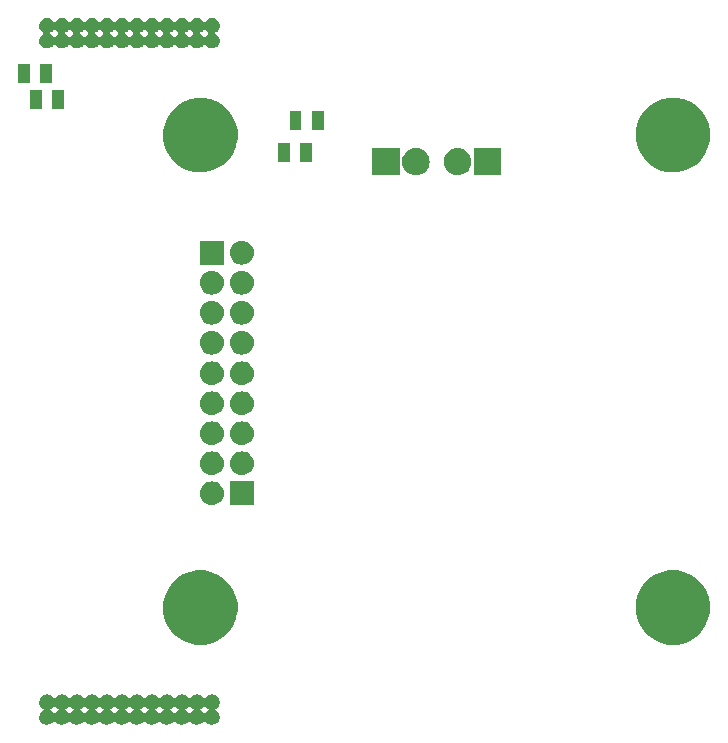
<source format=gbs>
G04 #@! TF.FileFunction,Soldermask,Bot*
%FSLAX46Y46*%
G04 Gerber Fmt 4.6, Leading zero omitted, Abs format (unit mm)*
G04 Created by KiCad (PCBNEW 4.0.6+dfsg1-1) date Mon Aug 28 12:32:08 2017*
%MOMM*%
%LPD*%
G01*
G04 APERTURE LIST*
%ADD10C,0.100000*%
G04 APERTURE END LIST*
D10*
G36*
X81038272Y-127350430D02*
X81163139Y-127376061D01*
X81280652Y-127425459D01*
X81386332Y-127496741D01*
X81476156Y-127587194D01*
X81546695Y-127693364D01*
X81595271Y-127811218D01*
X81619928Y-127935744D01*
X81619928Y-127935758D01*
X81620028Y-127936264D01*
X81617995Y-128081861D01*
X81617880Y-128082366D01*
X81617880Y-128082379D01*
X81589757Y-128206165D01*
X81537910Y-128322615D01*
X81464428Y-128426783D01*
X81372120Y-128514686D01*
X81283677Y-128570814D01*
X81267626Y-128584517D01*
X81256028Y-128602149D01*
X81249802Y-128622315D01*
X81249440Y-128643416D01*
X81254971Y-128663783D01*
X81265957Y-128681802D01*
X81281924Y-128696317D01*
X81386332Y-128766741D01*
X81476156Y-128857194D01*
X81546695Y-128963364D01*
X81595271Y-129081218D01*
X81619928Y-129205744D01*
X81619928Y-129205758D01*
X81620028Y-129206264D01*
X81617995Y-129351861D01*
X81617880Y-129352366D01*
X81617880Y-129352379D01*
X81589757Y-129476165D01*
X81537910Y-129592615D01*
X81464428Y-129696783D01*
X81372117Y-129784689D01*
X81264491Y-129852991D01*
X81145647Y-129899088D01*
X81020109Y-129921223D01*
X80892660Y-129918553D01*
X80768167Y-129891181D01*
X80651354Y-129840148D01*
X80546683Y-129767400D01*
X80458133Y-129675703D01*
X80398895Y-129583783D01*
X80385080Y-129567828D01*
X80367367Y-129556354D01*
X80347159Y-129550268D01*
X80326056Y-129550053D01*
X80305728Y-129555726D01*
X80287786Y-129566838D01*
X80273649Y-129582508D01*
X80268562Y-129591692D01*
X80194428Y-129696783D01*
X80102117Y-129784689D01*
X79994491Y-129852991D01*
X79875647Y-129899088D01*
X79750109Y-129921223D01*
X79622660Y-129918553D01*
X79498167Y-129891181D01*
X79381354Y-129840148D01*
X79276683Y-129767400D01*
X79188133Y-129675703D01*
X79128895Y-129583783D01*
X79115080Y-129567828D01*
X79097367Y-129556354D01*
X79077159Y-129550268D01*
X79056056Y-129550053D01*
X79035728Y-129555726D01*
X79017786Y-129566838D01*
X79003649Y-129582508D01*
X78998562Y-129591692D01*
X78924428Y-129696783D01*
X78832117Y-129784689D01*
X78724491Y-129852991D01*
X78605647Y-129899088D01*
X78480109Y-129921223D01*
X78352660Y-129918553D01*
X78228167Y-129891181D01*
X78111354Y-129840148D01*
X78006683Y-129767400D01*
X77918133Y-129675703D01*
X77858895Y-129583783D01*
X77845080Y-129567828D01*
X77827367Y-129556354D01*
X77807159Y-129550268D01*
X77786056Y-129550053D01*
X77765728Y-129555726D01*
X77747786Y-129566838D01*
X77733649Y-129582508D01*
X77728562Y-129591692D01*
X77654428Y-129696783D01*
X77562117Y-129784689D01*
X77454491Y-129852991D01*
X77335647Y-129899088D01*
X77210109Y-129921223D01*
X77082660Y-129918553D01*
X76958167Y-129891181D01*
X76841354Y-129840148D01*
X76736683Y-129767400D01*
X76648133Y-129675703D01*
X76588895Y-129583783D01*
X76575080Y-129567828D01*
X76557367Y-129556354D01*
X76537159Y-129550268D01*
X76516056Y-129550053D01*
X76495728Y-129555726D01*
X76477786Y-129566838D01*
X76463649Y-129582508D01*
X76458562Y-129591692D01*
X76384428Y-129696783D01*
X76292117Y-129784689D01*
X76184491Y-129852991D01*
X76065647Y-129899088D01*
X75940109Y-129921223D01*
X75812660Y-129918553D01*
X75688167Y-129891181D01*
X75571354Y-129840148D01*
X75466683Y-129767400D01*
X75378133Y-129675703D01*
X75318895Y-129583783D01*
X75305080Y-129567828D01*
X75287367Y-129556354D01*
X75267159Y-129550268D01*
X75246056Y-129550053D01*
X75225728Y-129555726D01*
X75207786Y-129566838D01*
X75193649Y-129582508D01*
X75188562Y-129591692D01*
X75114428Y-129696783D01*
X75022117Y-129784689D01*
X74914491Y-129852991D01*
X74795647Y-129899088D01*
X74670109Y-129921223D01*
X74542660Y-129918553D01*
X74418167Y-129891181D01*
X74301354Y-129840148D01*
X74196683Y-129767400D01*
X74108133Y-129675703D01*
X74048895Y-129583783D01*
X74035080Y-129567828D01*
X74017367Y-129556354D01*
X73997159Y-129550268D01*
X73976056Y-129550053D01*
X73955728Y-129555726D01*
X73937786Y-129566838D01*
X73923649Y-129582508D01*
X73918562Y-129591692D01*
X73844428Y-129696783D01*
X73752117Y-129784689D01*
X73644491Y-129852991D01*
X73525647Y-129899088D01*
X73400109Y-129921223D01*
X73272660Y-129918553D01*
X73148167Y-129891181D01*
X73031354Y-129840148D01*
X72926683Y-129767400D01*
X72838133Y-129675703D01*
X72778895Y-129583783D01*
X72765080Y-129567828D01*
X72747367Y-129556354D01*
X72727159Y-129550268D01*
X72706056Y-129550053D01*
X72685728Y-129555726D01*
X72667786Y-129566838D01*
X72653649Y-129582508D01*
X72648562Y-129591692D01*
X72574428Y-129696783D01*
X72482117Y-129784689D01*
X72374491Y-129852991D01*
X72255647Y-129899088D01*
X72130109Y-129921223D01*
X72002660Y-129918553D01*
X71878167Y-129891181D01*
X71761354Y-129840148D01*
X71656683Y-129767400D01*
X71568133Y-129675703D01*
X71508895Y-129583783D01*
X71495080Y-129567828D01*
X71477367Y-129556354D01*
X71457159Y-129550268D01*
X71436056Y-129550053D01*
X71415728Y-129555726D01*
X71397786Y-129566838D01*
X71383649Y-129582508D01*
X71378562Y-129591692D01*
X71304428Y-129696783D01*
X71212117Y-129784689D01*
X71104491Y-129852991D01*
X70985647Y-129899088D01*
X70860109Y-129921223D01*
X70732660Y-129918553D01*
X70608167Y-129891181D01*
X70491354Y-129840148D01*
X70386683Y-129767400D01*
X70298133Y-129675703D01*
X70238895Y-129583783D01*
X70225080Y-129567828D01*
X70207367Y-129556354D01*
X70187159Y-129550268D01*
X70166056Y-129550053D01*
X70145728Y-129555726D01*
X70127786Y-129566838D01*
X70113649Y-129582508D01*
X70108562Y-129591692D01*
X70034428Y-129696783D01*
X69942117Y-129784689D01*
X69834491Y-129852991D01*
X69715647Y-129899088D01*
X69590109Y-129921223D01*
X69462660Y-129918553D01*
X69338167Y-129891181D01*
X69221354Y-129840148D01*
X69116683Y-129767400D01*
X69028133Y-129675703D01*
X68968895Y-129583783D01*
X68955080Y-129567828D01*
X68937367Y-129556354D01*
X68917159Y-129550268D01*
X68896056Y-129550053D01*
X68875728Y-129555726D01*
X68857786Y-129566838D01*
X68843649Y-129582508D01*
X68838562Y-129591692D01*
X68764428Y-129696783D01*
X68672117Y-129784689D01*
X68564491Y-129852991D01*
X68445647Y-129899088D01*
X68320109Y-129921223D01*
X68192660Y-129918553D01*
X68068167Y-129891181D01*
X67951354Y-129840148D01*
X67846683Y-129767400D01*
X67758133Y-129675703D01*
X67698895Y-129583783D01*
X67685080Y-129567828D01*
X67667367Y-129556354D01*
X67647159Y-129550268D01*
X67626056Y-129550053D01*
X67605728Y-129555726D01*
X67587786Y-129566838D01*
X67573649Y-129582508D01*
X67568562Y-129591692D01*
X67494428Y-129696783D01*
X67402117Y-129784689D01*
X67294491Y-129852991D01*
X67175647Y-129899088D01*
X67050109Y-129921223D01*
X66922660Y-129918553D01*
X66798167Y-129891181D01*
X66681354Y-129840148D01*
X66576683Y-129767400D01*
X66488133Y-129675703D01*
X66419077Y-129568549D01*
X66372154Y-129450034D01*
X66349143Y-129324655D01*
X66350922Y-129197192D01*
X66377425Y-129072508D01*
X66427642Y-128955344D01*
X66499658Y-128850166D01*
X66590738Y-128760974D01*
X66685816Y-128698757D01*
X66701674Y-128684832D01*
X66713025Y-128667040D01*
X66718969Y-128646790D01*
X66718979Y-128643416D01*
X67279440Y-128643416D01*
X67284971Y-128663783D01*
X67295957Y-128681802D01*
X67311924Y-128696317D01*
X67416332Y-128766741D01*
X67506154Y-128857192D01*
X67572021Y-128956330D01*
X67586057Y-128972090D01*
X67603928Y-128983316D01*
X67624219Y-128989118D01*
X67645324Y-128989038D01*
X67665570Y-128983082D01*
X67683355Y-128971721D01*
X67696374Y-128957197D01*
X67769658Y-128850166D01*
X67860738Y-128760974D01*
X67955816Y-128698757D01*
X67971674Y-128684832D01*
X67983025Y-128667040D01*
X67988969Y-128646790D01*
X67988979Y-128643416D01*
X68549440Y-128643416D01*
X68554971Y-128663783D01*
X68565957Y-128681802D01*
X68581924Y-128696317D01*
X68686332Y-128766741D01*
X68776154Y-128857192D01*
X68842021Y-128956330D01*
X68856057Y-128972090D01*
X68873928Y-128983316D01*
X68894219Y-128989118D01*
X68915324Y-128989038D01*
X68935570Y-128983082D01*
X68953355Y-128971721D01*
X68966374Y-128957197D01*
X69039658Y-128850166D01*
X69130738Y-128760974D01*
X69225816Y-128698757D01*
X69241674Y-128684832D01*
X69253025Y-128667040D01*
X69258969Y-128646790D01*
X69258979Y-128643416D01*
X69819440Y-128643416D01*
X69824971Y-128663783D01*
X69835957Y-128681802D01*
X69851924Y-128696317D01*
X69956332Y-128766741D01*
X70046154Y-128857192D01*
X70112021Y-128956330D01*
X70126057Y-128972090D01*
X70143928Y-128983316D01*
X70164219Y-128989118D01*
X70185324Y-128989038D01*
X70205570Y-128983082D01*
X70223355Y-128971721D01*
X70236374Y-128957197D01*
X70309658Y-128850166D01*
X70400738Y-128760974D01*
X70495816Y-128698757D01*
X70511674Y-128684832D01*
X70523025Y-128667040D01*
X70528969Y-128646790D01*
X70528979Y-128643416D01*
X71089440Y-128643416D01*
X71094971Y-128663783D01*
X71105957Y-128681802D01*
X71121924Y-128696317D01*
X71226332Y-128766741D01*
X71316154Y-128857192D01*
X71382021Y-128956330D01*
X71396057Y-128972090D01*
X71413928Y-128983316D01*
X71434219Y-128989118D01*
X71455324Y-128989038D01*
X71475570Y-128983082D01*
X71493355Y-128971721D01*
X71506374Y-128957197D01*
X71579658Y-128850166D01*
X71670738Y-128760974D01*
X71765816Y-128698757D01*
X71781674Y-128684832D01*
X71793025Y-128667040D01*
X71798969Y-128646790D01*
X71798979Y-128643416D01*
X72359440Y-128643416D01*
X72364971Y-128663783D01*
X72375957Y-128681802D01*
X72391924Y-128696317D01*
X72496332Y-128766741D01*
X72586154Y-128857192D01*
X72652021Y-128956330D01*
X72666057Y-128972090D01*
X72683928Y-128983316D01*
X72704219Y-128989118D01*
X72725324Y-128989038D01*
X72745570Y-128983082D01*
X72763355Y-128971721D01*
X72776374Y-128957197D01*
X72849658Y-128850166D01*
X72940738Y-128760974D01*
X73035816Y-128698757D01*
X73051674Y-128684832D01*
X73063025Y-128667040D01*
X73068969Y-128646790D01*
X73068979Y-128643416D01*
X73629440Y-128643416D01*
X73634971Y-128663783D01*
X73645957Y-128681802D01*
X73661924Y-128696317D01*
X73766332Y-128766741D01*
X73856154Y-128857192D01*
X73922021Y-128956330D01*
X73936057Y-128972090D01*
X73953928Y-128983316D01*
X73974219Y-128989118D01*
X73995324Y-128989038D01*
X74015570Y-128983082D01*
X74033355Y-128971721D01*
X74046374Y-128957197D01*
X74119658Y-128850166D01*
X74210738Y-128760974D01*
X74305816Y-128698757D01*
X74321674Y-128684832D01*
X74333025Y-128667040D01*
X74338969Y-128646790D01*
X74338979Y-128643416D01*
X74899440Y-128643416D01*
X74904971Y-128663783D01*
X74915957Y-128681802D01*
X74931924Y-128696317D01*
X75036332Y-128766741D01*
X75126154Y-128857192D01*
X75192021Y-128956330D01*
X75206057Y-128972090D01*
X75223928Y-128983316D01*
X75244219Y-128989118D01*
X75265324Y-128989038D01*
X75285570Y-128983082D01*
X75303355Y-128971721D01*
X75316374Y-128957197D01*
X75389658Y-128850166D01*
X75480738Y-128760974D01*
X75575816Y-128698757D01*
X75591674Y-128684832D01*
X75603025Y-128667040D01*
X75608969Y-128646790D01*
X75608979Y-128643416D01*
X76169440Y-128643416D01*
X76174971Y-128663783D01*
X76185957Y-128681802D01*
X76201924Y-128696317D01*
X76306332Y-128766741D01*
X76396154Y-128857192D01*
X76462021Y-128956330D01*
X76476057Y-128972090D01*
X76493928Y-128983316D01*
X76514219Y-128989118D01*
X76535324Y-128989038D01*
X76555570Y-128983082D01*
X76573355Y-128971721D01*
X76586374Y-128957197D01*
X76659658Y-128850166D01*
X76750738Y-128760974D01*
X76845816Y-128698757D01*
X76861674Y-128684832D01*
X76873025Y-128667040D01*
X76878969Y-128646790D01*
X76878979Y-128643416D01*
X77439440Y-128643416D01*
X77444971Y-128663783D01*
X77455957Y-128681802D01*
X77471924Y-128696317D01*
X77576332Y-128766741D01*
X77666154Y-128857192D01*
X77732021Y-128956330D01*
X77746057Y-128972090D01*
X77763928Y-128983316D01*
X77784219Y-128989118D01*
X77805324Y-128989038D01*
X77825570Y-128983082D01*
X77843355Y-128971721D01*
X77856374Y-128957197D01*
X77929658Y-128850166D01*
X78020738Y-128760974D01*
X78115816Y-128698757D01*
X78131674Y-128684832D01*
X78143025Y-128667040D01*
X78148969Y-128646790D01*
X78148979Y-128643416D01*
X78709440Y-128643416D01*
X78714971Y-128663783D01*
X78725957Y-128681802D01*
X78741924Y-128696317D01*
X78846332Y-128766741D01*
X78936154Y-128857192D01*
X79002021Y-128956330D01*
X79016057Y-128972090D01*
X79033928Y-128983316D01*
X79054219Y-128989118D01*
X79075324Y-128989038D01*
X79095570Y-128983082D01*
X79113355Y-128971721D01*
X79126374Y-128957197D01*
X79199658Y-128850166D01*
X79290738Y-128760974D01*
X79385816Y-128698757D01*
X79401674Y-128684832D01*
X79413025Y-128667040D01*
X79418969Y-128646790D01*
X79418979Y-128643416D01*
X79979440Y-128643416D01*
X79984971Y-128663783D01*
X79995957Y-128681802D01*
X80011924Y-128696317D01*
X80116332Y-128766741D01*
X80206154Y-128857192D01*
X80272021Y-128956330D01*
X80286057Y-128972090D01*
X80303928Y-128983316D01*
X80324219Y-128989118D01*
X80345324Y-128989038D01*
X80365570Y-128983082D01*
X80383355Y-128971721D01*
X80396374Y-128957197D01*
X80469658Y-128850166D01*
X80560738Y-128760974D01*
X80655816Y-128698757D01*
X80671674Y-128684832D01*
X80683025Y-128667040D01*
X80688969Y-128646790D01*
X80689036Y-128625685D01*
X80683222Y-128605398D01*
X80671985Y-128587533D01*
X80657304Y-128574473D01*
X80657393Y-128574345D01*
X80656328Y-128573605D01*
X80656217Y-128573506D01*
X80656074Y-128573429D01*
X80546683Y-128497400D01*
X80458133Y-128405703D01*
X80398895Y-128313783D01*
X80385080Y-128297828D01*
X80367367Y-128286354D01*
X80347159Y-128280268D01*
X80326056Y-128280053D01*
X80305728Y-128285726D01*
X80287786Y-128296838D01*
X80273649Y-128312508D01*
X80268562Y-128321692D01*
X80194428Y-128426783D01*
X80102120Y-128514686D01*
X80013677Y-128570814D01*
X79997626Y-128584517D01*
X79986028Y-128602149D01*
X79979802Y-128622315D01*
X79979440Y-128643416D01*
X79418979Y-128643416D01*
X79419036Y-128625685D01*
X79413222Y-128605398D01*
X79401985Y-128587533D01*
X79387304Y-128574473D01*
X79387393Y-128574345D01*
X79386328Y-128573605D01*
X79386217Y-128573506D01*
X79386074Y-128573429D01*
X79276683Y-128497400D01*
X79188133Y-128405703D01*
X79128895Y-128313783D01*
X79115080Y-128297828D01*
X79097367Y-128286354D01*
X79077159Y-128280268D01*
X79056056Y-128280053D01*
X79035728Y-128285726D01*
X79017786Y-128296838D01*
X79003649Y-128312508D01*
X78998562Y-128321692D01*
X78924428Y-128426783D01*
X78832120Y-128514686D01*
X78743677Y-128570814D01*
X78727626Y-128584517D01*
X78716028Y-128602149D01*
X78709802Y-128622315D01*
X78709440Y-128643416D01*
X78148979Y-128643416D01*
X78149036Y-128625685D01*
X78143222Y-128605398D01*
X78131985Y-128587533D01*
X78117304Y-128574473D01*
X78117393Y-128574345D01*
X78116328Y-128573605D01*
X78116217Y-128573506D01*
X78116074Y-128573429D01*
X78006683Y-128497400D01*
X77918133Y-128405703D01*
X77858895Y-128313783D01*
X77845080Y-128297828D01*
X77827367Y-128286354D01*
X77807159Y-128280268D01*
X77786056Y-128280053D01*
X77765728Y-128285726D01*
X77747786Y-128296838D01*
X77733649Y-128312508D01*
X77728562Y-128321692D01*
X77654428Y-128426783D01*
X77562120Y-128514686D01*
X77473677Y-128570814D01*
X77457626Y-128584517D01*
X77446028Y-128602149D01*
X77439802Y-128622315D01*
X77439440Y-128643416D01*
X76878979Y-128643416D01*
X76879036Y-128625685D01*
X76873222Y-128605398D01*
X76861985Y-128587533D01*
X76847304Y-128574473D01*
X76847393Y-128574345D01*
X76846328Y-128573605D01*
X76846217Y-128573506D01*
X76846074Y-128573429D01*
X76736683Y-128497400D01*
X76648133Y-128405703D01*
X76588895Y-128313783D01*
X76575080Y-128297828D01*
X76557367Y-128286354D01*
X76537159Y-128280268D01*
X76516056Y-128280053D01*
X76495728Y-128285726D01*
X76477786Y-128296838D01*
X76463649Y-128312508D01*
X76458562Y-128321692D01*
X76384428Y-128426783D01*
X76292120Y-128514686D01*
X76203677Y-128570814D01*
X76187626Y-128584517D01*
X76176028Y-128602149D01*
X76169802Y-128622315D01*
X76169440Y-128643416D01*
X75608979Y-128643416D01*
X75609036Y-128625685D01*
X75603222Y-128605398D01*
X75591985Y-128587533D01*
X75577304Y-128574473D01*
X75577393Y-128574345D01*
X75576328Y-128573605D01*
X75576217Y-128573506D01*
X75576074Y-128573429D01*
X75466683Y-128497400D01*
X75378133Y-128405703D01*
X75318895Y-128313783D01*
X75305080Y-128297828D01*
X75287367Y-128286354D01*
X75267159Y-128280268D01*
X75246056Y-128280053D01*
X75225728Y-128285726D01*
X75207786Y-128296838D01*
X75193649Y-128312508D01*
X75188562Y-128321692D01*
X75114428Y-128426783D01*
X75022120Y-128514686D01*
X74933677Y-128570814D01*
X74917626Y-128584517D01*
X74906028Y-128602149D01*
X74899802Y-128622315D01*
X74899440Y-128643416D01*
X74338979Y-128643416D01*
X74339036Y-128625685D01*
X74333222Y-128605398D01*
X74321985Y-128587533D01*
X74307304Y-128574473D01*
X74307393Y-128574345D01*
X74306328Y-128573605D01*
X74306217Y-128573506D01*
X74306074Y-128573429D01*
X74196683Y-128497400D01*
X74108133Y-128405703D01*
X74048895Y-128313783D01*
X74035080Y-128297828D01*
X74017367Y-128286354D01*
X73997159Y-128280268D01*
X73976056Y-128280053D01*
X73955728Y-128285726D01*
X73937786Y-128296838D01*
X73923649Y-128312508D01*
X73918562Y-128321692D01*
X73844428Y-128426783D01*
X73752120Y-128514686D01*
X73663677Y-128570814D01*
X73647626Y-128584517D01*
X73636028Y-128602149D01*
X73629802Y-128622315D01*
X73629440Y-128643416D01*
X73068979Y-128643416D01*
X73069036Y-128625685D01*
X73063222Y-128605398D01*
X73051985Y-128587533D01*
X73037304Y-128574473D01*
X73037393Y-128574345D01*
X73036328Y-128573605D01*
X73036217Y-128573506D01*
X73036074Y-128573429D01*
X72926683Y-128497400D01*
X72838133Y-128405703D01*
X72778895Y-128313783D01*
X72765080Y-128297828D01*
X72747367Y-128286354D01*
X72727159Y-128280268D01*
X72706056Y-128280053D01*
X72685728Y-128285726D01*
X72667786Y-128296838D01*
X72653649Y-128312508D01*
X72648562Y-128321692D01*
X72574428Y-128426783D01*
X72482120Y-128514686D01*
X72393677Y-128570814D01*
X72377626Y-128584517D01*
X72366028Y-128602149D01*
X72359802Y-128622315D01*
X72359440Y-128643416D01*
X71798979Y-128643416D01*
X71799036Y-128625685D01*
X71793222Y-128605398D01*
X71781985Y-128587533D01*
X71767304Y-128574473D01*
X71767393Y-128574345D01*
X71766328Y-128573605D01*
X71766217Y-128573506D01*
X71766074Y-128573429D01*
X71656683Y-128497400D01*
X71568133Y-128405703D01*
X71508895Y-128313783D01*
X71495080Y-128297828D01*
X71477367Y-128286354D01*
X71457159Y-128280268D01*
X71436056Y-128280053D01*
X71415728Y-128285726D01*
X71397786Y-128296838D01*
X71383649Y-128312508D01*
X71378562Y-128321692D01*
X71304428Y-128426783D01*
X71212120Y-128514686D01*
X71123677Y-128570814D01*
X71107626Y-128584517D01*
X71096028Y-128602149D01*
X71089802Y-128622315D01*
X71089440Y-128643416D01*
X70528979Y-128643416D01*
X70529036Y-128625685D01*
X70523222Y-128605398D01*
X70511985Y-128587533D01*
X70497304Y-128574473D01*
X70497393Y-128574345D01*
X70496328Y-128573605D01*
X70496217Y-128573506D01*
X70496074Y-128573429D01*
X70386683Y-128497400D01*
X70298133Y-128405703D01*
X70238895Y-128313783D01*
X70225080Y-128297828D01*
X70207367Y-128286354D01*
X70187159Y-128280268D01*
X70166056Y-128280053D01*
X70145728Y-128285726D01*
X70127786Y-128296838D01*
X70113649Y-128312508D01*
X70108562Y-128321692D01*
X70034428Y-128426783D01*
X69942120Y-128514686D01*
X69853677Y-128570814D01*
X69837626Y-128584517D01*
X69826028Y-128602149D01*
X69819802Y-128622315D01*
X69819440Y-128643416D01*
X69258979Y-128643416D01*
X69259036Y-128625685D01*
X69253222Y-128605398D01*
X69241985Y-128587533D01*
X69227304Y-128574473D01*
X69227393Y-128574345D01*
X69226328Y-128573605D01*
X69226217Y-128573506D01*
X69226074Y-128573429D01*
X69116683Y-128497400D01*
X69028133Y-128405703D01*
X68968895Y-128313783D01*
X68955080Y-128297828D01*
X68937367Y-128286354D01*
X68917159Y-128280268D01*
X68896056Y-128280053D01*
X68875728Y-128285726D01*
X68857786Y-128296838D01*
X68843649Y-128312508D01*
X68838562Y-128321692D01*
X68764428Y-128426783D01*
X68672120Y-128514686D01*
X68583677Y-128570814D01*
X68567626Y-128584517D01*
X68556028Y-128602149D01*
X68549802Y-128622315D01*
X68549440Y-128643416D01*
X67988979Y-128643416D01*
X67989036Y-128625685D01*
X67983222Y-128605398D01*
X67971985Y-128587533D01*
X67957304Y-128574473D01*
X67957393Y-128574345D01*
X67956328Y-128573605D01*
X67956217Y-128573506D01*
X67956074Y-128573429D01*
X67846683Y-128497400D01*
X67758133Y-128405703D01*
X67698895Y-128313783D01*
X67685080Y-128297828D01*
X67667367Y-128286354D01*
X67647159Y-128280268D01*
X67626056Y-128280053D01*
X67605728Y-128285726D01*
X67587786Y-128296838D01*
X67573649Y-128312508D01*
X67568562Y-128321692D01*
X67494428Y-128426783D01*
X67402120Y-128514686D01*
X67313677Y-128570814D01*
X67297626Y-128584517D01*
X67286028Y-128602149D01*
X67279802Y-128622315D01*
X67279440Y-128643416D01*
X66718979Y-128643416D01*
X66719036Y-128625685D01*
X66713222Y-128605398D01*
X66701985Y-128587533D01*
X66687304Y-128574473D01*
X66687393Y-128574345D01*
X66686328Y-128573605D01*
X66686217Y-128573506D01*
X66686074Y-128573429D01*
X66576683Y-128497400D01*
X66488133Y-128405703D01*
X66419077Y-128298549D01*
X66372154Y-128180034D01*
X66349143Y-128054655D01*
X66350922Y-127927192D01*
X66377425Y-127802508D01*
X66427642Y-127685344D01*
X66499658Y-127580166D01*
X66590738Y-127490974D01*
X66697395Y-127421180D01*
X66815589Y-127373426D01*
X66940807Y-127349539D01*
X67068272Y-127350430D01*
X67193139Y-127376061D01*
X67310652Y-127425459D01*
X67416332Y-127496741D01*
X67506154Y-127587192D01*
X67572021Y-127686330D01*
X67586057Y-127702090D01*
X67603928Y-127713316D01*
X67624219Y-127719118D01*
X67645324Y-127719038D01*
X67665570Y-127713082D01*
X67683355Y-127701721D01*
X67696374Y-127687197D01*
X67769658Y-127580166D01*
X67860738Y-127490974D01*
X67967395Y-127421180D01*
X68085589Y-127373426D01*
X68210807Y-127349539D01*
X68338272Y-127350430D01*
X68463139Y-127376061D01*
X68580652Y-127425459D01*
X68686332Y-127496741D01*
X68776154Y-127587192D01*
X68842021Y-127686330D01*
X68856057Y-127702090D01*
X68873928Y-127713316D01*
X68894219Y-127719118D01*
X68915324Y-127719038D01*
X68935570Y-127713082D01*
X68953355Y-127701721D01*
X68966374Y-127687197D01*
X69039658Y-127580166D01*
X69130738Y-127490974D01*
X69237395Y-127421180D01*
X69355589Y-127373426D01*
X69480807Y-127349539D01*
X69608272Y-127350430D01*
X69733139Y-127376061D01*
X69850652Y-127425459D01*
X69956332Y-127496741D01*
X70046154Y-127587192D01*
X70112021Y-127686330D01*
X70126057Y-127702090D01*
X70143928Y-127713316D01*
X70164219Y-127719118D01*
X70185324Y-127719038D01*
X70205570Y-127713082D01*
X70223355Y-127701721D01*
X70236374Y-127687197D01*
X70309658Y-127580166D01*
X70400738Y-127490974D01*
X70507395Y-127421180D01*
X70625589Y-127373426D01*
X70750807Y-127349539D01*
X70878272Y-127350430D01*
X71003139Y-127376061D01*
X71120652Y-127425459D01*
X71226332Y-127496741D01*
X71316154Y-127587192D01*
X71382021Y-127686330D01*
X71396057Y-127702090D01*
X71413928Y-127713316D01*
X71434219Y-127719118D01*
X71455324Y-127719038D01*
X71475570Y-127713082D01*
X71493355Y-127701721D01*
X71506374Y-127687197D01*
X71579658Y-127580166D01*
X71670738Y-127490974D01*
X71777395Y-127421180D01*
X71895589Y-127373426D01*
X72020807Y-127349539D01*
X72148272Y-127350430D01*
X72273139Y-127376061D01*
X72390652Y-127425459D01*
X72496332Y-127496741D01*
X72586154Y-127587192D01*
X72652021Y-127686330D01*
X72666057Y-127702090D01*
X72683928Y-127713316D01*
X72704219Y-127719118D01*
X72725324Y-127719038D01*
X72745570Y-127713082D01*
X72763355Y-127701721D01*
X72776374Y-127687197D01*
X72849658Y-127580166D01*
X72940738Y-127490974D01*
X73047395Y-127421180D01*
X73165589Y-127373426D01*
X73290807Y-127349539D01*
X73418272Y-127350430D01*
X73543139Y-127376061D01*
X73660652Y-127425459D01*
X73766332Y-127496741D01*
X73856154Y-127587192D01*
X73922021Y-127686330D01*
X73936057Y-127702090D01*
X73953928Y-127713316D01*
X73974219Y-127719118D01*
X73995324Y-127719038D01*
X74015570Y-127713082D01*
X74033355Y-127701721D01*
X74046374Y-127687197D01*
X74119658Y-127580166D01*
X74210738Y-127490974D01*
X74317395Y-127421180D01*
X74435589Y-127373426D01*
X74560807Y-127349539D01*
X74688272Y-127350430D01*
X74813139Y-127376061D01*
X74930652Y-127425459D01*
X75036332Y-127496741D01*
X75126154Y-127587192D01*
X75192021Y-127686330D01*
X75206057Y-127702090D01*
X75223928Y-127713316D01*
X75244219Y-127719118D01*
X75265324Y-127719038D01*
X75285570Y-127713082D01*
X75303355Y-127701721D01*
X75316374Y-127687197D01*
X75389658Y-127580166D01*
X75480738Y-127490974D01*
X75587395Y-127421180D01*
X75705589Y-127373426D01*
X75830807Y-127349539D01*
X75958272Y-127350430D01*
X76083139Y-127376061D01*
X76200652Y-127425459D01*
X76306332Y-127496741D01*
X76396154Y-127587192D01*
X76462021Y-127686330D01*
X76476057Y-127702090D01*
X76493928Y-127713316D01*
X76514219Y-127719118D01*
X76535324Y-127719038D01*
X76555570Y-127713082D01*
X76573355Y-127701721D01*
X76586374Y-127687197D01*
X76659658Y-127580166D01*
X76750738Y-127490974D01*
X76857395Y-127421180D01*
X76975589Y-127373426D01*
X77100807Y-127349539D01*
X77228272Y-127350430D01*
X77353139Y-127376061D01*
X77470652Y-127425459D01*
X77576332Y-127496741D01*
X77666154Y-127587192D01*
X77732021Y-127686330D01*
X77746057Y-127702090D01*
X77763928Y-127713316D01*
X77784219Y-127719118D01*
X77805324Y-127719038D01*
X77825570Y-127713082D01*
X77843355Y-127701721D01*
X77856374Y-127687197D01*
X77929658Y-127580166D01*
X78020738Y-127490974D01*
X78127395Y-127421180D01*
X78245589Y-127373426D01*
X78370807Y-127349539D01*
X78498272Y-127350430D01*
X78623139Y-127376061D01*
X78740652Y-127425459D01*
X78846332Y-127496741D01*
X78936154Y-127587192D01*
X79002021Y-127686330D01*
X79016057Y-127702090D01*
X79033928Y-127713316D01*
X79054219Y-127719118D01*
X79075324Y-127719038D01*
X79095570Y-127713082D01*
X79113355Y-127701721D01*
X79126374Y-127687197D01*
X79199658Y-127580166D01*
X79290738Y-127490974D01*
X79397395Y-127421180D01*
X79515589Y-127373426D01*
X79640807Y-127349539D01*
X79768272Y-127350430D01*
X79893139Y-127376061D01*
X80010652Y-127425459D01*
X80116332Y-127496741D01*
X80206154Y-127587192D01*
X80272021Y-127686330D01*
X80286057Y-127702090D01*
X80303928Y-127713316D01*
X80324219Y-127719118D01*
X80345324Y-127719038D01*
X80365570Y-127713082D01*
X80383355Y-127701721D01*
X80396374Y-127687197D01*
X80469658Y-127580166D01*
X80560738Y-127490974D01*
X80667395Y-127421180D01*
X80785589Y-127373426D01*
X80910807Y-127349539D01*
X81038272Y-127350430D01*
X81038272Y-127350430D01*
G37*
G36*
X80330857Y-116852095D02*
X80935986Y-116976310D01*
X81505467Y-117215697D01*
X82017603Y-117561138D01*
X82452891Y-117999475D01*
X82794745Y-118514007D01*
X83030149Y-119085141D01*
X83150035Y-119690608D01*
X83150035Y-119690616D01*
X83150136Y-119691127D01*
X83140283Y-120396710D01*
X83140168Y-120397215D01*
X83140168Y-120397228D01*
X83003424Y-120999106D01*
X82752164Y-121563447D01*
X82396076Y-122068233D01*
X81948718Y-122494247D01*
X81427136Y-122825253D01*
X80851201Y-123048643D01*
X80242834Y-123155915D01*
X79625218Y-123142978D01*
X79021886Y-123010327D01*
X78455807Y-122763013D01*
X77948539Y-122410453D01*
X77519422Y-121966089D01*
X77184778Y-121446823D01*
X76957373Y-120872462D01*
X76845857Y-120264862D01*
X76854482Y-119647171D01*
X76982919Y-119042926D01*
X77226274Y-118475135D01*
X77575285Y-117965417D01*
X78016646Y-117533204D01*
X78533551Y-117194951D01*
X79106320Y-116963537D01*
X79713130Y-116847782D01*
X80330857Y-116852095D01*
X80330857Y-116852095D01*
G37*
G36*
X120330857Y-116852095D02*
X120935986Y-116976310D01*
X121505467Y-117215697D01*
X122017603Y-117561138D01*
X122452891Y-117999475D01*
X122794745Y-118514007D01*
X123030149Y-119085141D01*
X123150035Y-119690608D01*
X123150035Y-119690616D01*
X123150136Y-119691127D01*
X123140283Y-120396710D01*
X123140168Y-120397215D01*
X123140168Y-120397228D01*
X123003424Y-120999106D01*
X122752164Y-121563447D01*
X122396076Y-122068233D01*
X121948718Y-122494247D01*
X121427136Y-122825253D01*
X120851201Y-123048643D01*
X120242834Y-123155915D01*
X119625218Y-123142978D01*
X119021886Y-123010327D01*
X118455807Y-122763013D01*
X117948539Y-122410453D01*
X117519422Y-121966089D01*
X117184778Y-121446823D01*
X116957373Y-120872462D01*
X116845857Y-120264862D01*
X116854482Y-119647171D01*
X116982919Y-119042926D01*
X117226274Y-118475135D01*
X117575285Y-117965417D01*
X118016646Y-117533204D01*
X118533551Y-117194951D01*
X119106320Y-116963537D01*
X119713130Y-116847782D01*
X120330857Y-116852095D01*
X120330857Y-116852095D01*
G37*
G36*
X84513600Y-111343600D02*
X82486400Y-111343600D01*
X82486400Y-109316400D01*
X84513600Y-109316400D01*
X84513600Y-111343600D01*
X84513600Y-111343600D01*
G37*
G36*
X80976007Y-109316477D02*
X80976013Y-109316478D01*
X80979056Y-109316499D01*
X81175643Y-109338550D01*
X81364204Y-109398364D01*
X81537555Y-109493665D01*
X81689094Y-109620821D01*
X81813048Y-109774990D01*
X81904698Y-109950299D01*
X81960550Y-110140070D01*
X81960555Y-110140122D01*
X81960561Y-110140143D01*
X81978482Y-110337073D01*
X81957813Y-110533738D01*
X81957807Y-110533758D01*
X81957801Y-110533813D01*
X81899304Y-110722786D01*
X81805216Y-110896798D01*
X81679121Y-111049221D01*
X81525822Y-111174249D01*
X81351157Y-111267120D01*
X81161780Y-111324296D01*
X80964904Y-111343600D01*
X80954969Y-111343600D01*
X80943993Y-111343523D01*
X80943987Y-111343522D01*
X80940944Y-111343501D01*
X80744357Y-111321450D01*
X80555796Y-111261636D01*
X80382445Y-111166335D01*
X80230906Y-111039179D01*
X80106952Y-110885010D01*
X80015302Y-110709701D01*
X79959450Y-110519930D01*
X79959445Y-110519878D01*
X79959439Y-110519857D01*
X79941518Y-110322927D01*
X79962187Y-110126262D01*
X79962193Y-110126242D01*
X79962199Y-110126187D01*
X80020696Y-109937214D01*
X80114784Y-109763202D01*
X80240879Y-109610779D01*
X80394178Y-109485751D01*
X80568843Y-109392880D01*
X80758220Y-109335704D01*
X80955096Y-109316400D01*
X80965031Y-109316400D01*
X80976007Y-109316477D01*
X80976007Y-109316477D01*
G37*
G36*
X83516007Y-106776477D02*
X83516013Y-106776478D01*
X83519056Y-106776499D01*
X83715643Y-106798550D01*
X83904204Y-106858364D01*
X84077555Y-106953665D01*
X84229094Y-107080821D01*
X84353048Y-107234990D01*
X84444698Y-107410299D01*
X84500550Y-107600070D01*
X84500555Y-107600122D01*
X84500561Y-107600143D01*
X84518482Y-107797073D01*
X84497813Y-107993738D01*
X84497807Y-107993758D01*
X84497801Y-107993813D01*
X84439304Y-108182786D01*
X84345216Y-108356798D01*
X84219121Y-108509221D01*
X84065822Y-108634249D01*
X83891157Y-108727120D01*
X83701780Y-108784296D01*
X83504904Y-108803600D01*
X83494969Y-108803600D01*
X83483993Y-108803523D01*
X83483987Y-108803522D01*
X83480944Y-108803501D01*
X83284357Y-108781450D01*
X83095796Y-108721636D01*
X82922445Y-108626335D01*
X82770906Y-108499179D01*
X82646952Y-108345010D01*
X82555302Y-108169701D01*
X82499450Y-107979930D01*
X82499445Y-107979878D01*
X82499439Y-107979857D01*
X82481518Y-107782927D01*
X82502187Y-107586262D01*
X82502193Y-107586242D01*
X82502199Y-107586187D01*
X82560696Y-107397214D01*
X82654784Y-107223202D01*
X82780879Y-107070779D01*
X82934178Y-106945751D01*
X83108843Y-106852880D01*
X83298220Y-106795704D01*
X83495096Y-106776400D01*
X83505031Y-106776400D01*
X83516007Y-106776477D01*
X83516007Y-106776477D01*
G37*
G36*
X80976007Y-106776477D02*
X80976013Y-106776478D01*
X80979056Y-106776499D01*
X81175643Y-106798550D01*
X81364204Y-106858364D01*
X81537555Y-106953665D01*
X81689094Y-107080821D01*
X81813048Y-107234990D01*
X81904698Y-107410299D01*
X81960550Y-107600070D01*
X81960555Y-107600122D01*
X81960561Y-107600143D01*
X81978482Y-107797073D01*
X81957813Y-107993738D01*
X81957807Y-107993758D01*
X81957801Y-107993813D01*
X81899304Y-108182786D01*
X81805216Y-108356798D01*
X81679121Y-108509221D01*
X81525822Y-108634249D01*
X81351157Y-108727120D01*
X81161780Y-108784296D01*
X80964904Y-108803600D01*
X80954969Y-108803600D01*
X80943993Y-108803523D01*
X80943987Y-108803522D01*
X80940944Y-108803501D01*
X80744357Y-108781450D01*
X80555796Y-108721636D01*
X80382445Y-108626335D01*
X80230906Y-108499179D01*
X80106952Y-108345010D01*
X80015302Y-108169701D01*
X79959450Y-107979930D01*
X79959445Y-107979878D01*
X79959439Y-107979857D01*
X79941518Y-107782927D01*
X79962187Y-107586262D01*
X79962193Y-107586242D01*
X79962199Y-107586187D01*
X80020696Y-107397214D01*
X80114784Y-107223202D01*
X80240879Y-107070779D01*
X80394178Y-106945751D01*
X80568843Y-106852880D01*
X80758220Y-106795704D01*
X80955096Y-106776400D01*
X80965031Y-106776400D01*
X80976007Y-106776477D01*
X80976007Y-106776477D01*
G37*
G36*
X83516007Y-104236477D02*
X83516013Y-104236478D01*
X83519056Y-104236499D01*
X83715643Y-104258550D01*
X83904204Y-104318364D01*
X84077555Y-104413665D01*
X84229094Y-104540821D01*
X84353048Y-104694990D01*
X84444698Y-104870299D01*
X84500550Y-105060070D01*
X84500555Y-105060122D01*
X84500561Y-105060143D01*
X84518482Y-105257073D01*
X84497813Y-105453738D01*
X84497807Y-105453758D01*
X84497801Y-105453813D01*
X84439304Y-105642786D01*
X84345216Y-105816798D01*
X84219121Y-105969221D01*
X84065822Y-106094249D01*
X83891157Y-106187120D01*
X83701780Y-106244296D01*
X83504904Y-106263600D01*
X83494969Y-106263600D01*
X83483993Y-106263523D01*
X83483987Y-106263522D01*
X83480944Y-106263501D01*
X83284357Y-106241450D01*
X83095796Y-106181636D01*
X82922445Y-106086335D01*
X82770906Y-105959179D01*
X82646952Y-105805010D01*
X82555302Y-105629701D01*
X82499450Y-105439930D01*
X82499445Y-105439878D01*
X82499439Y-105439857D01*
X82481518Y-105242927D01*
X82502187Y-105046262D01*
X82502193Y-105046242D01*
X82502199Y-105046187D01*
X82560696Y-104857214D01*
X82654784Y-104683202D01*
X82780879Y-104530779D01*
X82934178Y-104405751D01*
X83108843Y-104312880D01*
X83298220Y-104255704D01*
X83495096Y-104236400D01*
X83505031Y-104236400D01*
X83516007Y-104236477D01*
X83516007Y-104236477D01*
G37*
G36*
X80976007Y-104236477D02*
X80976013Y-104236478D01*
X80979056Y-104236499D01*
X81175643Y-104258550D01*
X81364204Y-104318364D01*
X81537555Y-104413665D01*
X81689094Y-104540821D01*
X81813048Y-104694990D01*
X81904698Y-104870299D01*
X81960550Y-105060070D01*
X81960555Y-105060122D01*
X81960561Y-105060143D01*
X81978482Y-105257073D01*
X81957813Y-105453738D01*
X81957807Y-105453758D01*
X81957801Y-105453813D01*
X81899304Y-105642786D01*
X81805216Y-105816798D01*
X81679121Y-105969221D01*
X81525822Y-106094249D01*
X81351157Y-106187120D01*
X81161780Y-106244296D01*
X80964904Y-106263600D01*
X80954969Y-106263600D01*
X80943993Y-106263523D01*
X80943987Y-106263522D01*
X80940944Y-106263501D01*
X80744357Y-106241450D01*
X80555796Y-106181636D01*
X80382445Y-106086335D01*
X80230906Y-105959179D01*
X80106952Y-105805010D01*
X80015302Y-105629701D01*
X79959450Y-105439930D01*
X79959445Y-105439878D01*
X79959439Y-105439857D01*
X79941518Y-105242927D01*
X79962187Y-105046262D01*
X79962193Y-105046242D01*
X79962199Y-105046187D01*
X80020696Y-104857214D01*
X80114784Y-104683202D01*
X80240879Y-104530779D01*
X80394178Y-104405751D01*
X80568843Y-104312880D01*
X80758220Y-104255704D01*
X80955096Y-104236400D01*
X80965031Y-104236400D01*
X80976007Y-104236477D01*
X80976007Y-104236477D01*
G37*
G36*
X83516007Y-101696477D02*
X83516013Y-101696478D01*
X83519056Y-101696499D01*
X83715643Y-101718550D01*
X83904204Y-101778364D01*
X84077555Y-101873665D01*
X84229094Y-102000821D01*
X84353048Y-102154990D01*
X84444698Y-102330299D01*
X84500550Y-102520070D01*
X84500555Y-102520122D01*
X84500561Y-102520143D01*
X84518482Y-102717073D01*
X84497813Y-102913738D01*
X84497807Y-102913758D01*
X84497801Y-102913813D01*
X84439304Y-103102786D01*
X84345216Y-103276798D01*
X84219121Y-103429221D01*
X84065822Y-103554249D01*
X83891157Y-103647120D01*
X83701780Y-103704296D01*
X83504904Y-103723600D01*
X83494969Y-103723600D01*
X83483993Y-103723523D01*
X83483987Y-103723522D01*
X83480944Y-103723501D01*
X83284357Y-103701450D01*
X83095796Y-103641636D01*
X82922445Y-103546335D01*
X82770906Y-103419179D01*
X82646952Y-103265010D01*
X82555302Y-103089701D01*
X82499450Y-102899930D01*
X82499445Y-102899878D01*
X82499439Y-102899857D01*
X82481518Y-102702927D01*
X82502187Y-102506262D01*
X82502193Y-102506242D01*
X82502199Y-102506187D01*
X82560696Y-102317214D01*
X82654784Y-102143202D01*
X82780879Y-101990779D01*
X82934178Y-101865751D01*
X83108843Y-101772880D01*
X83298220Y-101715704D01*
X83495096Y-101696400D01*
X83505031Y-101696400D01*
X83516007Y-101696477D01*
X83516007Y-101696477D01*
G37*
G36*
X80976007Y-101696477D02*
X80976013Y-101696478D01*
X80979056Y-101696499D01*
X81175643Y-101718550D01*
X81364204Y-101778364D01*
X81537555Y-101873665D01*
X81689094Y-102000821D01*
X81813048Y-102154990D01*
X81904698Y-102330299D01*
X81960550Y-102520070D01*
X81960555Y-102520122D01*
X81960561Y-102520143D01*
X81978482Y-102717073D01*
X81957813Y-102913738D01*
X81957807Y-102913758D01*
X81957801Y-102913813D01*
X81899304Y-103102786D01*
X81805216Y-103276798D01*
X81679121Y-103429221D01*
X81525822Y-103554249D01*
X81351157Y-103647120D01*
X81161780Y-103704296D01*
X80964904Y-103723600D01*
X80954969Y-103723600D01*
X80943993Y-103723523D01*
X80943987Y-103723522D01*
X80940944Y-103723501D01*
X80744357Y-103701450D01*
X80555796Y-103641636D01*
X80382445Y-103546335D01*
X80230906Y-103419179D01*
X80106952Y-103265010D01*
X80015302Y-103089701D01*
X79959450Y-102899930D01*
X79959445Y-102899878D01*
X79959439Y-102899857D01*
X79941518Y-102702927D01*
X79962187Y-102506262D01*
X79962193Y-102506242D01*
X79962199Y-102506187D01*
X80020696Y-102317214D01*
X80114784Y-102143202D01*
X80240879Y-101990779D01*
X80394178Y-101865751D01*
X80568843Y-101772880D01*
X80758220Y-101715704D01*
X80955096Y-101696400D01*
X80965031Y-101696400D01*
X80976007Y-101696477D01*
X80976007Y-101696477D01*
G37*
G36*
X83516007Y-99156477D02*
X83516013Y-99156478D01*
X83519056Y-99156499D01*
X83715643Y-99178550D01*
X83904204Y-99238364D01*
X84077555Y-99333665D01*
X84229094Y-99460821D01*
X84353048Y-99614990D01*
X84444698Y-99790299D01*
X84500550Y-99980070D01*
X84500555Y-99980122D01*
X84500561Y-99980143D01*
X84518482Y-100177073D01*
X84497813Y-100373738D01*
X84497807Y-100373758D01*
X84497801Y-100373813D01*
X84439304Y-100562786D01*
X84345216Y-100736798D01*
X84219121Y-100889221D01*
X84065822Y-101014249D01*
X83891157Y-101107120D01*
X83701780Y-101164296D01*
X83504904Y-101183600D01*
X83494969Y-101183600D01*
X83483993Y-101183523D01*
X83483987Y-101183522D01*
X83480944Y-101183501D01*
X83284357Y-101161450D01*
X83095796Y-101101636D01*
X82922445Y-101006335D01*
X82770906Y-100879179D01*
X82646952Y-100725010D01*
X82555302Y-100549701D01*
X82499450Y-100359930D01*
X82499445Y-100359878D01*
X82499439Y-100359857D01*
X82481518Y-100162927D01*
X82502187Y-99966262D01*
X82502193Y-99966242D01*
X82502199Y-99966187D01*
X82560696Y-99777214D01*
X82654784Y-99603202D01*
X82780879Y-99450779D01*
X82934178Y-99325751D01*
X83108843Y-99232880D01*
X83298220Y-99175704D01*
X83495096Y-99156400D01*
X83505031Y-99156400D01*
X83516007Y-99156477D01*
X83516007Y-99156477D01*
G37*
G36*
X80976007Y-99156477D02*
X80976013Y-99156478D01*
X80979056Y-99156499D01*
X81175643Y-99178550D01*
X81364204Y-99238364D01*
X81537555Y-99333665D01*
X81689094Y-99460821D01*
X81813048Y-99614990D01*
X81904698Y-99790299D01*
X81960550Y-99980070D01*
X81960555Y-99980122D01*
X81960561Y-99980143D01*
X81978482Y-100177073D01*
X81957813Y-100373738D01*
X81957807Y-100373758D01*
X81957801Y-100373813D01*
X81899304Y-100562786D01*
X81805216Y-100736798D01*
X81679121Y-100889221D01*
X81525822Y-101014249D01*
X81351157Y-101107120D01*
X81161780Y-101164296D01*
X80964904Y-101183600D01*
X80954969Y-101183600D01*
X80943993Y-101183523D01*
X80943987Y-101183522D01*
X80940944Y-101183501D01*
X80744357Y-101161450D01*
X80555796Y-101101636D01*
X80382445Y-101006335D01*
X80230906Y-100879179D01*
X80106952Y-100725010D01*
X80015302Y-100549701D01*
X79959450Y-100359930D01*
X79959445Y-100359878D01*
X79959439Y-100359857D01*
X79941518Y-100162927D01*
X79962187Y-99966262D01*
X79962193Y-99966242D01*
X79962199Y-99966187D01*
X80020696Y-99777214D01*
X80114784Y-99603202D01*
X80240879Y-99450779D01*
X80394178Y-99325751D01*
X80568843Y-99232880D01*
X80758220Y-99175704D01*
X80955096Y-99156400D01*
X80965031Y-99156400D01*
X80976007Y-99156477D01*
X80976007Y-99156477D01*
G37*
G36*
X83516007Y-96566477D02*
X83516013Y-96566478D01*
X83519056Y-96566499D01*
X83715643Y-96588550D01*
X83904204Y-96648364D01*
X84077555Y-96743665D01*
X84229094Y-96870821D01*
X84353048Y-97024990D01*
X84444698Y-97200299D01*
X84500550Y-97390070D01*
X84500555Y-97390122D01*
X84500561Y-97390143D01*
X84518482Y-97587073D01*
X84497813Y-97783738D01*
X84497807Y-97783758D01*
X84497801Y-97783813D01*
X84439304Y-97972786D01*
X84345216Y-98146798D01*
X84219121Y-98299221D01*
X84065822Y-98424249D01*
X83891157Y-98517120D01*
X83701780Y-98574296D01*
X83504904Y-98593600D01*
X83494969Y-98593600D01*
X83483993Y-98593523D01*
X83483987Y-98593522D01*
X83480944Y-98593501D01*
X83284357Y-98571450D01*
X83095796Y-98511636D01*
X82922445Y-98416335D01*
X82770906Y-98289179D01*
X82646952Y-98135010D01*
X82555302Y-97959701D01*
X82499450Y-97769930D01*
X82499445Y-97769878D01*
X82499439Y-97769857D01*
X82481518Y-97572927D01*
X82502187Y-97376262D01*
X82502193Y-97376242D01*
X82502199Y-97376187D01*
X82560696Y-97187214D01*
X82654784Y-97013202D01*
X82780879Y-96860779D01*
X82934178Y-96735751D01*
X83108843Y-96642880D01*
X83298220Y-96585704D01*
X83495096Y-96566400D01*
X83505031Y-96566400D01*
X83516007Y-96566477D01*
X83516007Y-96566477D01*
G37*
G36*
X80976007Y-96566477D02*
X80976013Y-96566478D01*
X80979056Y-96566499D01*
X81175643Y-96588550D01*
X81364204Y-96648364D01*
X81537555Y-96743665D01*
X81689094Y-96870821D01*
X81813048Y-97024990D01*
X81904698Y-97200299D01*
X81960550Y-97390070D01*
X81960555Y-97390122D01*
X81960561Y-97390143D01*
X81978482Y-97587073D01*
X81957813Y-97783738D01*
X81957807Y-97783758D01*
X81957801Y-97783813D01*
X81899304Y-97972786D01*
X81805216Y-98146798D01*
X81679121Y-98299221D01*
X81525822Y-98424249D01*
X81351157Y-98517120D01*
X81161780Y-98574296D01*
X80964904Y-98593600D01*
X80954969Y-98593600D01*
X80943993Y-98593523D01*
X80943987Y-98593522D01*
X80940944Y-98593501D01*
X80744357Y-98571450D01*
X80555796Y-98511636D01*
X80382445Y-98416335D01*
X80230906Y-98289179D01*
X80106952Y-98135010D01*
X80015302Y-97959701D01*
X79959450Y-97769930D01*
X79959445Y-97769878D01*
X79959439Y-97769857D01*
X79941518Y-97572927D01*
X79962187Y-97376262D01*
X79962193Y-97376242D01*
X79962199Y-97376187D01*
X80020696Y-97187214D01*
X80114784Y-97013202D01*
X80240879Y-96860779D01*
X80394178Y-96735751D01*
X80568843Y-96642880D01*
X80758220Y-96585704D01*
X80955096Y-96566400D01*
X80965031Y-96566400D01*
X80976007Y-96566477D01*
X80976007Y-96566477D01*
G37*
G36*
X83516007Y-94026477D02*
X83516013Y-94026478D01*
X83519056Y-94026499D01*
X83715643Y-94048550D01*
X83904204Y-94108364D01*
X84077555Y-94203665D01*
X84229094Y-94330821D01*
X84353048Y-94484990D01*
X84444698Y-94660299D01*
X84500550Y-94850070D01*
X84500555Y-94850122D01*
X84500561Y-94850143D01*
X84518482Y-95047073D01*
X84497813Y-95243738D01*
X84497807Y-95243758D01*
X84497801Y-95243813D01*
X84439304Y-95432786D01*
X84345216Y-95606798D01*
X84219121Y-95759221D01*
X84065822Y-95884249D01*
X83891157Y-95977120D01*
X83701780Y-96034296D01*
X83504904Y-96053600D01*
X83494969Y-96053600D01*
X83483993Y-96053523D01*
X83483987Y-96053522D01*
X83480944Y-96053501D01*
X83284357Y-96031450D01*
X83095796Y-95971636D01*
X82922445Y-95876335D01*
X82770906Y-95749179D01*
X82646952Y-95595010D01*
X82555302Y-95419701D01*
X82499450Y-95229930D01*
X82499445Y-95229878D01*
X82499439Y-95229857D01*
X82481518Y-95032927D01*
X82502187Y-94836262D01*
X82502193Y-94836242D01*
X82502199Y-94836187D01*
X82560696Y-94647214D01*
X82654784Y-94473202D01*
X82780879Y-94320779D01*
X82934178Y-94195751D01*
X83108843Y-94102880D01*
X83298220Y-94045704D01*
X83495096Y-94026400D01*
X83505031Y-94026400D01*
X83516007Y-94026477D01*
X83516007Y-94026477D01*
G37*
G36*
X80976007Y-94026477D02*
X80976013Y-94026478D01*
X80979056Y-94026499D01*
X81175643Y-94048550D01*
X81364204Y-94108364D01*
X81537555Y-94203665D01*
X81689094Y-94330821D01*
X81813048Y-94484990D01*
X81904698Y-94660299D01*
X81960550Y-94850070D01*
X81960555Y-94850122D01*
X81960561Y-94850143D01*
X81978482Y-95047073D01*
X81957813Y-95243738D01*
X81957807Y-95243758D01*
X81957801Y-95243813D01*
X81899304Y-95432786D01*
X81805216Y-95606798D01*
X81679121Y-95759221D01*
X81525822Y-95884249D01*
X81351157Y-95977120D01*
X81161780Y-96034296D01*
X80964904Y-96053600D01*
X80954969Y-96053600D01*
X80943993Y-96053523D01*
X80943987Y-96053522D01*
X80940944Y-96053501D01*
X80744357Y-96031450D01*
X80555796Y-95971636D01*
X80382445Y-95876335D01*
X80230906Y-95749179D01*
X80106952Y-95595010D01*
X80015302Y-95419701D01*
X79959450Y-95229930D01*
X79959445Y-95229878D01*
X79959439Y-95229857D01*
X79941518Y-95032927D01*
X79962187Y-94836262D01*
X79962193Y-94836242D01*
X79962199Y-94836187D01*
X80020696Y-94647214D01*
X80114784Y-94473202D01*
X80240879Y-94320779D01*
X80394178Y-94195751D01*
X80568843Y-94102880D01*
X80758220Y-94045704D01*
X80955096Y-94026400D01*
X80965031Y-94026400D01*
X80976007Y-94026477D01*
X80976007Y-94026477D01*
G37*
G36*
X83516007Y-91486477D02*
X83516013Y-91486478D01*
X83519056Y-91486499D01*
X83715643Y-91508550D01*
X83904204Y-91568364D01*
X84077555Y-91663665D01*
X84229094Y-91790821D01*
X84353048Y-91944990D01*
X84444698Y-92120299D01*
X84500550Y-92310070D01*
X84500555Y-92310122D01*
X84500561Y-92310143D01*
X84518482Y-92507073D01*
X84497813Y-92703738D01*
X84497807Y-92703758D01*
X84497801Y-92703813D01*
X84439304Y-92892786D01*
X84345216Y-93066798D01*
X84219121Y-93219221D01*
X84065822Y-93344249D01*
X83891157Y-93437120D01*
X83701780Y-93494296D01*
X83504904Y-93513600D01*
X83494969Y-93513600D01*
X83483993Y-93513523D01*
X83483987Y-93513522D01*
X83480944Y-93513501D01*
X83284357Y-93491450D01*
X83095796Y-93431636D01*
X82922445Y-93336335D01*
X82770906Y-93209179D01*
X82646952Y-93055010D01*
X82555302Y-92879701D01*
X82499450Y-92689930D01*
X82499445Y-92689878D01*
X82499439Y-92689857D01*
X82481518Y-92492927D01*
X82502187Y-92296262D01*
X82502193Y-92296242D01*
X82502199Y-92296187D01*
X82560696Y-92107214D01*
X82654784Y-91933202D01*
X82780879Y-91780779D01*
X82934178Y-91655751D01*
X83108843Y-91562880D01*
X83298220Y-91505704D01*
X83495096Y-91486400D01*
X83505031Y-91486400D01*
X83516007Y-91486477D01*
X83516007Y-91486477D01*
G37*
G36*
X80976007Y-91486477D02*
X80976013Y-91486478D01*
X80979056Y-91486499D01*
X81175643Y-91508550D01*
X81364204Y-91568364D01*
X81537555Y-91663665D01*
X81689094Y-91790821D01*
X81813048Y-91944990D01*
X81904698Y-92120299D01*
X81960550Y-92310070D01*
X81960555Y-92310122D01*
X81960561Y-92310143D01*
X81978482Y-92507073D01*
X81957813Y-92703738D01*
X81957807Y-92703758D01*
X81957801Y-92703813D01*
X81899304Y-92892786D01*
X81805216Y-93066798D01*
X81679121Y-93219221D01*
X81525822Y-93344249D01*
X81351157Y-93437120D01*
X81161780Y-93494296D01*
X80964904Y-93513600D01*
X80954969Y-93513600D01*
X80943993Y-93513523D01*
X80943987Y-93513522D01*
X80940944Y-93513501D01*
X80744357Y-93491450D01*
X80555796Y-93431636D01*
X80382445Y-93336335D01*
X80230906Y-93209179D01*
X80106952Y-93055010D01*
X80015302Y-92879701D01*
X79959450Y-92689930D01*
X79959445Y-92689878D01*
X79959439Y-92689857D01*
X79941518Y-92492927D01*
X79962187Y-92296262D01*
X79962193Y-92296242D01*
X79962199Y-92296187D01*
X80020696Y-92107214D01*
X80114784Y-91933202D01*
X80240879Y-91780779D01*
X80394178Y-91655751D01*
X80568843Y-91562880D01*
X80758220Y-91505704D01*
X80955096Y-91486400D01*
X80965031Y-91486400D01*
X80976007Y-91486477D01*
X80976007Y-91486477D01*
G37*
G36*
X83516007Y-88946477D02*
X83516013Y-88946478D01*
X83519056Y-88946499D01*
X83715643Y-88968550D01*
X83904204Y-89028364D01*
X84077555Y-89123665D01*
X84229094Y-89250821D01*
X84353048Y-89404990D01*
X84444698Y-89580299D01*
X84500550Y-89770070D01*
X84500555Y-89770122D01*
X84500561Y-89770143D01*
X84518482Y-89967073D01*
X84497813Y-90163738D01*
X84497807Y-90163758D01*
X84497801Y-90163813D01*
X84439304Y-90352786D01*
X84345216Y-90526798D01*
X84219121Y-90679221D01*
X84065822Y-90804249D01*
X83891157Y-90897120D01*
X83701780Y-90954296D01*
X83504904Y-90973600D01*
X83494969Y-90973600D01*
X83483993Y-90973523D01*
X83483987Y-90973522D01*
X83480944Y-90973501D01*
X83284357Y-90951450D01*
X83095796Y-90891636D01*
X82922445Y-90796335D01*
X82770906Y-90669179D01*
X82646952Y-90515010D01*
X82555302Y-90339701D01*
X82499450Y-90149930D01*
X82499445Y-90149878D01*
X82499439Y-90149857D01*
X82481518Y-89952927D01*
X82502187Y-89756262D01*
X82502193Y-89756242D01*
X82502199Y-89756187D01*
X82560696Y-89567214D01*
X82654784Y-89393202D01*
X82780879Y-89240779D01*
X82934178Y-89115751D01*
X83108843Y-89022880D01*
X83298220Y-88965704D01*
X83495096Y-88946400D01*
X83505031Y-88946400D01*
X83516007Y-88946477D01*
X83516007Y-88946477D01*
G37*
G36*
X81973600Y-90973600D02*
X79946400Y-90973600D01*
X79946400Y-88946400D01*
X81973600Y-88946400D01*
X81973600Y-90973600D01*
X81973600Y-90973600D01*
G37*
G36*
X101984384Y-81102162D02*
X101984400Y-81102167D01*
X101984457Y-81102173D01*
X102201843Y-81169466D01*
X102402019Y-81277700D01*
X102577359Y-81422755D01*
X102721186Y-81599103D01*
X102828021Y-81800030D01*
X102893794Y-82017881D01*
X102916000Y-82244358D01*
X102916000Y-82255767D01*
X102915908Y-82268873D01*
X102915907Y-82268879D01*
X102915886Y-82271922D01*
X102890520Y-82498067D01*
X102821712Y-82714978D01*
X102712082Y-82914394D01*
X102565807Y-83088717D01*
X102388459Y-83231309D01*
X102186791Y-83336738D01*
X101968487Y-83400989D01*
X101968433Y-83400994D01*
X101968416Y-83400999D01*
X101741863Y-83421617D01*
X101515616Y-83397838D01*
X101515600Y-83397833D01*
X101515543Y-83397827D01*
X101298157Y-83330534D01*
X101097981Y-83222300D01*
X100922641Y-83077245D01*
X100778814Y-82900897D01*
X100671979Y-82699970D01*
X100606206Y-82482119D01*
X100584000Y-82255642D01*
X100584000Y-82244233D01*
X100584092Y-82231127D01*
X100584093Y-82231121D01*
X100584114Y-82228078D01*
X100609480Y-82001933D01*
X100678288Y-81785022D01*
X100787918Y-81585606D01*
X100934193Y-81411283D01*
X101111541Y-81268691D01*
X101313209Y-81163262D01*
X101531513Y-81099011D01*
X101531567Y-81099006D01*
X101531584Y-81099001D01*
X101758137Y-81078383D01*
X101984384Y-81102162D01*
X101984384Y-81102162D01*
G37*
G36*
X98484384Y-81102162D02*
X98484400Y-81102167D01*
X98484457Y-81102173D01*
X98701843Y-81169466D01*
X98902019Y-81277700D01*
X99077359Y-81422755D01*
X99221186Y-81599103D01*
X99328021Y-81800030D01*
X99393794Y-82017881D01*
X99416000Y-82244358D01*
X99416000Y-82255767D01*
X99415908Y-82268873D01*
X99415907Y-82268879D01*
X99415886Y-82271922D01*
X99390520Y-82498067D01*
X99321712Y-82714978D01*
X99212082Y-82914394D01*
X99065807Y-83088717D01*
X98888459Y-83231309D01*
X98686791Y-83336738D01*
X98468487Y-83400989D01*
X98468433Y-83400994D01*
X98468416Y-83400999D01*
X98241863Y-83421617D01*
X98015616Y-83397838D01*
X98015600Y-83397833D01*
X98015543Y-83397827D01*
X97798157Y-83330534D01*
X97597981Y-83222300D01*
X97422641Y-83077245D01*
X97278814Y-82900897D01*
X97171979Y-82699970D01*
X97106206Y-82482119D01*
X97084000Y-82255642D01*
X97084000Y-82244233D01*
X97084092Y-82231127D01*
X97084093Y-82231121D01*
X97084114Y-82228078D01*
X97109480Y-82001933D01*
X97178288Y-81785022D01*
X97287918Y-81585606D01*
X97434193Y-81411283D01*
X97611541Y-81268691D01*
X97813209Y-81163262D01*
X98031513Y-81099011D01*
X98031567Y-81099006D01*
X98031584Y-81099001D01*
X98258137Y-81078383D01*
X98484384Y-81102162D01*
X98484384Y-81102162D01*
G37*
G36*
X105456000Y-83416000D02*
X103124000Y-83416000D01*
X103124000Y-81084000D01*
X105456000Y-81084000D01*
X105456000Y-83416000D01*
X105456000Y-83416000D01*
G37*
G36*
X96876000Y-83416000D02*
X94544000Y-83416000D01*
X94544000Y-81084000D01*
X96876000Y-81084000D01*
X96876000Y-83416000D01*
X96876000Y-83416000D01*
G37*
G36*
X120330857Y-76852095D02*
X120935986Y-76976310D01*
X121505467Y-77215697D01*
X122017603Y-77561138D01*
X122452891Y-77999475D01*
X122794745Y-78514007D01*
X123030149Y-79085141D01*
X123150035Y-79690608D01*
X123150035Y-79690616D01*
X123150136Y-79691127D01*
X123140283Y-80396710D01*
X123140168Y-80397215D01*
X123140168Y-80397228D01*
X123003424Y-80999106D01*
X122752164Y-81563447D01*
X122396076Y-82068233D01*
X121948718Y-82494247D01*
X121427136Y-82825253D01*
X120851201Y-83048643D01*
X120242834Y-83155915D01*
X119625218Y-83142978D01*
X119021886Y-83010327D01*
X118455807Y-82763013D01*
X117948539Y-82410453D01*
X117519422Y-81966089D01*
X117184778Y-81446823D01*
X116957373Y-80872462D01*
X116845857Y-80264862D01*
X116854482Y-79647171D01*
X116982919Y-79042926D01*
X117226274Y-78475135D01*
X117575285Y-77965417D01*
X118016646Y-77533204D01*
X118533551Y-77194951D01*
X119106320Y-76963537D01*
X119713130Y-76847782D01*
X120330857Y-76852095D01*
X120330857Y-76852095D01*
G37*
G36*
X80330857Y-76852095D02*
X80935986Y-76976310D01*
X81505467Y-77215697D01*
X82017603Y-77561138D01*
X82452891Y-77999475D01*
X82794745Y-78514007D01*
X83030149Y-79085141D01*
X83150035Y-79690608D01*
X83150035Y-79690616D01*
X83150136Y-79691127D01*
X83140283Y-80396710D01*
X83140168Y-80397215D01*
X83140168Y-80397228D01*
X83003424Y-80999106D01*
X82752164Y-81563447D01*
X82396076Y-82068233D01*
X81948718Y-82494247D01*
X81427136Y-82825253D01*
X80851201Y-83048643D01*
X80242834Y-83155915D01*
X79625218Y-83142978D01*
X79021886Y-83010327D01*
X78455807Y-82763013D01*
X77948539Y-82410453D01*
X77519422Y-81966089D01*
X77184778Y-81446823D01*
X76957373Y-80872462D01*
X76845857Y-80264862D01*
X76854482Y-79647171D01*
X76982919Y-79042926D01*
X77226274Y-78475135D01*
X77575285Y-77965417D01*
X78016646Y-77533204D01*
X78533551Y-77194951D01*
X79106320Y-76963537D01*
X79713130Y-76847782D01*
X80330857Y-76852095D01*
X80330857Y-76852095D01*
G37*
G36*
X89450000Y-82300000D02*
X88450000Y-82300000D01*
X88450000Y-80700000D01*
X89450000Y-80700000D01*
X89450000Y-82300000D01*
X89450000Y-82300000D01*
G37*
G36*
X87550000Y-82300000D02*
X86550000Y-82300000D01*
X86550000Y-80700000D01*
X87550000Y-80700000D01*
X87550000Y-82300000D01*
X87550000Y-82300000D01*
G37*
G36*
X90450000Y-79550000D02*
X89450000Y-79550000D01*
X89450000Y-77950000D01*
X90450000Y-77950000D01*
X90450000Y-79550000D01*
X90450000Y-79550000D01*
G37*
G36*
X88550000Y-79550000D02*
X87550000Y-79550000D01*
X87550000Y-77950000D01*
X88550000Y-77950000D01*
X88550000Y-79550000D01*
X88550000Y-79550000D01*
G37*
G36*
X66550000Y-77800000D02*
X65550000Y-77800000D01*
X65550000Y-76200000D01*
X66550000Y-76200000D01*
X66550000Y-77800000D01*
X66550000Y-77800000D01*
G37*
G36*
X68450000Y-77800000D02*
X67450000Y-77800000D01*
X67450000Y-76200000D01*
X68450000Y-76200000D01*
X68450000Y-77800000D01*
X68450000Y-77800000D01*
G37*
G36*
X67450000Y-75550000D02*
X66450000Y-75550000D01*
X66450000Y-73950000D01*
X67450000Y-73950000D01*
X67450000Y-75550000D01*
X67450000Y-75550000D01*
G37*
G36*
X65550000Y-75550000D02*
X64550000Y-75550000D01*
X64550000Y-73950000D01*
X65550000Y-73950000D01*
X65550000Y-75550000D01*
X65550000Y-75550000D01*
G37*
G36*
X81038272Y-70080430D02*
X81163139Y-70106061D01*
X81280652Y-70155459D01*
X81386332Y-70226741D01*
X81476156Y-70317194D01*
X81546695Y-70423364D01*
X81595271Y-70541218D01*
X81619928Y-70665744D01*
X81619928Y-70665758D01*
X81620028Y-70666264D01*
X81617995Y-70811861D01*
X81617880Y-70812366D01*
X81617880Y-70812379D01*
X81589757Y-70936165D01*
X81537910Y-71052615D01*
X81464428Y-71156783D01*
X81372120Y-71244686D01*
X81283677Y-71300814D01*
X81267626Y-71314517D01*
X81256028Y-71332149D01*
X81249802Y-71352315D01*
X81249440Y-71373416D01*
X81254971Y-71393783D01*
X81265957Y-71411802D01*
X81281924Y-71426317D01*
X81386332Y-71496741D01*
X81476156Y-71587194D01*
X81546695Y-71693364D01*
X81595271Y-71811218D01*
X81619928Y-71935744D01*
X81619928Y-71935758D01*
X81620028Y-71936264D01*
X81617995Y-72081861D01*
X81617880Y-72082366D01*
X81617880Y-72082379D01*
X81589757Y-72206165D01*
X81537910Y-72322615D01*
X81464428Y-72426783D01*
X81372117Y-72514689D01*
X81264491Y-72582991D01*
X81145647Y-72629088D01*
X81020109Y-72651223D01*
X80892660Y-72648553D01*
X80768167Y-72621181D01*
X80651354Y-72570148D01*
X80546683Y-72497400D01*
X80458133Y-72405703D01*
X80398895Y-72313783D01*
X80385080Y-72297828D01*
X80367367Y-72286354D01*
X80347159Y-72280268D01*
X80326056Y-72280053D01*
X80305728Y-72285726D01*
X80287786Y-72296838D01*
X80273649Y-72312508D01*
X80268562Y-72321692D01*
X80194428Y-72426783D01*
X80102117Y-72514689D01*
X79994491Y-72582991D01*
X79875647Y-72629088D01*
X79750109Y-72651223D01*
X79622660Y-72648553D01*
X79498167Y-72621181D01*
X79381354Y-72570148D01*
X79276683Y-72497400D01*
X79188133Y-72405703D01*
X79128895Y-72313783D01*
X79115080Y-72297828D01*
X79097367Y-72286354D01*
X79077159Y-72280268D01*
X79056056Y-72280053D01*
X79035728Y-72285726D01*
X79017786Y-72296838D01*
X79003649Y-72312508D01*
X78998562Y-72321692D01*
X78924428Y-72426783D01*
X78832117Y-72514689D01*
X78724491Y-72582991D01*
X78605647Y-72629088D01*
X78480109Y-72651223D01*
X78352660Y-72648553D01*
X78228167Y-72621181D01*
X78111354Y-72570148D01*
X78006683Y-72497400D01*
X77918133Y-72405703D01*
X77858895Y-72313783D01*
X77845080Y-72297828D01*
X77827367Y-72286354D01*
X77807159Y-72280268D01*
X77786056Y-72280053D01*
X77765728Y-72285726D01*
X77747786Y-72296838D01*
X77733649Y-72312508D01*
X77728562Y-72321692D01*
X77654428Y-72426783D01*
X77562117Y-72514689D01*
X77454491Y-72582991D01*
X77335647Y-72629088D01*
X77210109Y-72651223D01*
X77082660Y-72648553D01*
X76958167Y-72621181D01*
X76841354Y-72570148D01*
X76736683Y-72497400D01*
X76648133Y-72405703D01*
X76588895Y-72313783D01*
X76575080Y-72297828D01*
X76557367Y-72286354D01*
X76537159Y-72280268D01*
X76516056Y-72280053D01*
X76495728Y-72285726D01*
X76477786Y-72296838D01*
X76463649Y-72312508D01*
X76458562Y-72321692D01*
X76384428Y-72426783D01*
X76292117Y-72514689D01*
X76184491Y-72582991D01*
X76065647Y-72629088D01*
X75940109Y-72651223D01*
X75812660Y-72648553D01*
X75688167Y-72621181D01*
X75571354Y-72570148D01*
X75466683Y-72497400D01*
X75378133Y-72405703D01*
X75318895Y-72313783D01*
X75305080Y-72297828D01*
X75287367Y-72286354D01*
X75267159Y-72280268D01*
X75246056Y-72280053D01*
X75225728Y-72285726D01*
X75207786Y-72296838D01*
X75193649Y-72312508D01*
X75188562Y-72321692D01*
X75114428Y-72426783D01*
X75022117Y-72514689D01*
X74914491Y-72582991D01*
X74795647Y-72629088D01*
X74670109Y-72651223D01*
X74542660Y-72648553D01*
X74418167Y-72621181D01*
X74301354Y-72570148D01*
X74196683Y-72497400D01*
X74108133Y-72405703D01*
X74048895Y-72313783D01*
X74035080Y-72297828D01*
X74017367Y-72286354D01*
X73997159Y-72280268D01*
X73976056Y-72280053D01*
X73955728Y-72285726D01*
X73937786Y-72296838D01*
X73923649Y-72312508D01*
X73918562Y-72321692D01*
X73844428Y-72426783D01*
X73752117Y-72514689D01*
X73644491Y-72582991D01*
X73525647Y-72629088D01*
X73400109Y-72651223D01*
X73272660Y-72648553D01*
X73148167Y-72621181D01*
X73031354Y-72570148D01*
X72926683Y-72497400D01*
X72838133Y-72405703D01*
X72778895Y-72313783D01*
X72765080Y-72297828D01*
X72747367Y-72286354D01*
X72727159Y-72280268D01*
X72706056Y-72280053D01*
X72685728Y-72285726D01*
X72667786Y-72296838D01*
X72653649Y-72312508D01*
X72648562Y-72321692D01*
X72574428Y-72426783D01*
X72482117Y-72514689D01*
X72374491Y-72582991D01*
X72255647Y-72629088D01*
X72130109Y-72651223D01*
X72002660Y-72648553D01*
X71878167Y-72621181D01*
X71761354Y-72570148D01*
X71656683Y-72497400D01*
X71568133Y-72405703D01*
X71508895Y-72313783D01*
X71495080Y-72297828D01*
X71477367Y-72286354D01*
X71457159Y-72280268D01*
X71436056Y-72280053D01*
X71415728Y-72285726D01*
X71397786Y-72296838D01*
X71383649Y-72312508D01*
X71378562Y-72321692D01*
X71304428Y-72426783D01*
X71212117Y-72514689D01*
X71104491Y-72582991D01*
X70985647Y-72629088D01*
X70860109Y-72651223D01*
X70732660Y-72648553D01*
X70608167Y-72621181D01*
X70491354Y-72570148D01*
X70386683Y-72497400D01*
X70298133Y-72405703D01*
X70238895Y-72313783D01*
X70225080Y-72297828D01*
X70207367Y-72286354D01*
X70187159Y-72280268D01*
X70166056Y-72280053D01*
X70145728Y-72285726D01*
X70127786Y-72296838D01*
X70113649Y-72312508D01*
X70108562Y-72321692D01*
X70034428Y-72426783D01*
X69942117Y-72514689D01*
X69834491Y-72582991D01*
X69715647Y-72629088D01*
X69590109Y-72651223D01*
X69462660Y-72648553D01*
X69338167Y-72621181D01*
X69221354Y-72570148D01*
X69116683Y-72497400D01*
X69028133Y-72405703D01*
X68968895Y-72313783D01*
X68955080Y-72297828D01*
X68937367Y-72286354D01*
X68917159Y-72280268D01*
X68896056Y-72280053D01*
X68875728Y-72285726D01*
X68857786Y-72296838D01*
X68843649Y-72312508D01*
X68838562Y-72321692D01*
X68764428Y-72426783D01*
X68672117Y-72514689D01*
X68564491Y-72582991D01*
X68445647Y-72629088D01*
X68320109Y-72651223D01*
X68192660Y-72648553D01*
X68068167Y-72621181D01*
X67951354Y-72570148D01*
X67846683Y-72497400D01*
X67758133Y-72405703D01*
X67698895Y-72313783D01*
X67685080Y-72297828D01*
X67667367Y-72286354D01*
X67647159Y-72280268D01*
X67626056Y-72280053D01*
X67605728Y-72285726D01*
X67587786Y-72296838D01*
X67573649Y-72312508D01*
X67568562Y-72321692D01*
X67494428Y-72426783D01*
X67402117Y-72514689D01*
X67294491Y-72582991D01*
X67175647Y-72629088D01*
X67050109Y-72651223D01*
X66922660Y-72648553D01*
X66798167Y-72621181D01*
X66681354Y-72570148D01*
X66576683Y-72497400D01*
X66488133Y-72405703D01*
X66419077Y-72298549D01*
X66372154Y-72180034D01*
X66349143Y-72054655D01*
X66350922Y-71927192D01*
X66377425Y-71802508D01*
X66427642Y-71685344D01*
X66499658Y-71580166D01*
X66590738Y-71490974D01*
X66685816Y-71428757D01*
X66701674Y-71414832D01*
X66713025Y-71397040D01*
X66718969Y-71376790D01*
X66718979Y-71373416D01*
X67279440Y-71373416D01*
X67284971Y-71393783D01*
X67295957Y-71411802D01*
X67311924Y-71426317D01*
X67416332Y-71496741D01*
X67506154Y-71587192D01*
X67572021Y-71686330D01*
X67586057Y-71702090D01*
X67603928Y-71713316D01*
X67624219Y-71719118D01*
X67645324Y-71719038D01*
X67665570Y-71713082D01*
X67683355Y-71701721D01*
X67696374Y-71687197D01*
X67769658Y-71580166D01*
X67860738Y-71490974D01*
X67955816Y-71428757D01*
X67971674Y-71414832D01*
X67983025Y-71397040D01*
X67988969Y-71376790D01*
X67988979Y-71373416D01*
X68549440Y-71373416D01*
X68554971Y-71393783D01*
X68565957Y-71411802D01*
X68581924Y-71426317D01*
X68686332Y-71496741D01*
X68776154Y-71587192D01*
X68842021Y-71686330D01*
X68856057Y-71702090D01*
X68873928Y-71713316D01*
X68894219Y-71719118D01*
X68915324Y-71719038D01*
X68935570Y-71713082D01*
X68953355Y-71701721D01*
X68966374Y-71687197D01*
X69039658Y-71580166D01*
X69130738Y-71490974D01*
X69225816Y-71428757D01*
X69241674Y-71414832D01*
X69253025Y-71397040D01*
X69258969Y-71376790D01*
X69258979Y-71373416D01*
X69819440Y-71373416D01*
X69824971Y-71393783D01*
X69835957Y-71411802D01*
X69851924Y-71426317D01*
X69956332Y-71496741D01*
X70046154Y-71587192D01*
X70112021Y-71686330D01*
X70126057Y-71702090D01*
X70143928Y-71713316D01*
X70164219Y-71719118D01*
X70185324Y-71719038D01*
X70205570Y-71713082D01*
X70223355Y-71701721D01*
X70236374Y-71687197D01*
X70309658Y-71580166D01*
X70400738Y-71490974D01*
X70495816Y-71428757D01*
X70511674Y-71414832D01*
X70523025Y-71397040D01*
X70528969Y-71376790D01*
X70528979Y-71373416D01*
X71089440Y-71373416D01*
X71094971Y-71393783D01*
X71105957Y-71411802D01*
X71121924Y-71426317D01*
X71226332Y-71496741D01*
X71316154Y-71587192D01*
X71382021Y-71686330D01*
X71396057Y-71702090D01*
X71413928Y-71713316D01*
X71434219Y-71719118D01*
X71455324Y-71719038D01*
X71475570Y-71713082D01*
X71493355Y-71701721D01*
X71506374Y-71687197D01*
X71579658Y-71580166D01*
X71670738Y-71490974D01*
X71765816Y-71428757D01*
X71781674Y-71414832D01*
X71793025Y-71397040D01*
X71798969Y-71376790D01*
X71798979Y-71373416D01*
X72359440Y-71373416D01*
X72364971Y-71393783D01*
X72375957Y-71411802D01*
X72391924Y-71426317D01*
X72496332Y-71496741D01*
X72586154Y-71587192D01*
X72652021Y-71686330D01*
X72666057Y-71702090D01*
X72683928Y-71713316D01*
X72704219Y-71719118D01*
X72725324Y-71719038D01*
X72745570Y-71713082D01*
X72763355Y-71701721D01*
X72776374Y-71687197D01*
X72849658Y-71580166D01*
X72940738Y-71490974D01*
X73035816Y-71428757D01*
X73051674Y-71414832D01*
X73063025Y-71397040D01*
X73068969Y-71376790D01*
X73068979Y-71373416D01*
X73629440Y-71373416D01*
X73634971Y-71393783D01*
X73645957Y-71411802D01*
X73661924Y-71426317D01*
X73766332Y-71496741D01*
X73856154Y-71587192D01*
X73922021Y-71686330D01*
X73936057Y-71702090D01*
X73953928Y-71713316D01*
X73974219Y-71719118D01*
X73995324Y-71719038D01*
X74015570Y-71713082D01*
X74033355Y-71701721D01*
X74046374Y-71687197D01*
X74119658Y-71580166D01*
X74210738Y-71490974D01*
X74305816Y-71428757D01*
X74321674Y-71414832D01*
X74333025Y-71397040D01*
X74338969Y-71376790D01*
X74338979Y-71373416D01*
X74899440Y-71373416D01*
X74904971Y-71393783D01*
X74915957Y-71411802D01*
X74931924Y-71426317D01*
X75036332Y-71496741D01*
X75126154Y-71587192D01*
X75192021Y-71686330D01*
X75206057Y-71702090D01*
X75223928Y-71713316D01*
X75244219Y-71719118D01*
X75265324Y-71719038D01*
X75285570Y-71713082D01*
X75303355Y-71701721D01*
X75316374Y-71687197D01*
X75389658Y-71580166D01*
X75480738Y-71490974D01*
X75575816Y-71428757D01*
X75591674Y-71414832D01*
X75603025Y-71397040D01*
X75608969Y-71376790D01*
X75608979Y-71373416D01*
X76169440Y-71373416D01*
X76174971Y-71393783D01*
X76185957Y-71411802D01*
X76201924Y-71426317D01*
X76306332Y-71496741D01*
X76396154Y-71587192D01*
X76462021Y-71686330D01*
X76476057Y-71702090D01*
X76493928Y-71713316D01*
X76514219Y-71719118D01*
X76535324Y-71719038D01*
X76555570Y-71713082D01*
X76573355Y-71701721D01*
X76586374Y-71687197D01*
X76659658Y-71580166D01*
X76750738Y-71490974D01*
X76845816Y-71428757D01*
X76861674Y-71414832D01*
X76873025Y-71397040D01*
X76878969Y-71376790D01*
X76878979Y-71373416D01*
X77439440Y-71373416D01*
X77444971Y-71393783D01*
X77455957Y-71411802D01*
X77471924Y-71426317D01*
X77576332Y-71496741D01*
X77666154Y-71587192D01*
X77732021Y-71686330D01*
X77746057Y-71702090D01*
X77763928Y-71713316D01*
X77784219Y-71719118D01*
X77805324Y-71719038D01*
X77825570Y-71713082D01*
X77843355Y-71701721D01*
X77856374Y-71687197D01*
X77929658Y-71580166D01*
X78020738Y-71490974D01*
X78115816Y-71428757D01*
X78131674Y-71414832D01*
X78143025Y-71397040D01*
X78148969Y-71376790D01*
X78148979Y-71373416D01*
X78709440Y-71373416D01*
X78714971Y-71393783D01*
X78725957Y-71411802D01*
X78741924Y-71426317D01*
X78846332Y-71496741D01*
X78936154Y-71587192D01*
X79002021Y-71686330D01*
X79016057Y-71702090D01*
X79033928Y-71713316D01*
X79054219Y-71719118D01*
X79075324Y-71719038D01*
X79095570Y-71713082D01*
X79113355Y-71701721D01*
X79126374Y-71687197D01*
X79199658Y-71580166D01*
X79290738Y-71490974D01*
X79385816Y-71428757D01*
X79401674Y-71414832D01*
X79413025Y-71397040D01*
X79418969Y-71376790D01*
X79418979Y-71373416D01*
X79979440Y-71373416D01*
X79984971Y-71393783D01*
X79995957Y-71411802D01*
X80011924Y-71426317D01*
X80116332Y-71496741D01*
X80206154Y-71587192D01*
X80272021Y-71686330D01*
X80286057Y-71702090D01*
X80303928Y-71713316D01*
X80324219Y-71719118D01*
X80345324Y-71719038D01*
X80365570Y-71713082D01*
X80383355Y-71701721D01*
X80396374Y-71687197D01*
X80469658Y-71580166D01*
X80560738Y-71490974D01*
X80655816Y-71428757D01*
X80671674Y-71414832D01*
X80683025Y-71397040D01*
X80688969Y-71376790D01*
X80689036Y-71355685D01*
X80683222Y-71335398D01*
X80671985Y-71317533D01*
X80657304Y-71304473D01*
X80657393Y-71304345D01*
X80656328Y-71303605D01*
X80656217Y-71303506D01*
X80656074Y-71303429D01*
X80546683Y-71227400D01*
X80458133Y-71135703D01*
X80398895Y-71043783D01*
X80385080Y-71027828D01*
X80367367Y-71016354D01*
X80347159Y-71010268D01*
X80326056Y-71010053D01*
X80305728Y-71015726D01*
X80287786Y-71026838D01*
X80273649Y-71042508D01*
X80268562Y-71051692D01*
X80194428Y-71156783D01*
X80102120Y-71244686D01*
X80013677Y-71300814D01*
X79997626Y-71314517D01*
X79986028Y-71332149D01*
X79979802Y-71352315D01*
X79979440Y-71373416D01*
X79418979Y-71373416D01*
X79419036Y-71355685D01*
X79413222Y-71335398D01*
X79401985Y-71317533D01*
X79387304Y-71304473D01*
X79387393Y-71304345D01*
X79386328Y-71303605D01*
X79386217Y-71303506D01*
X79386074Y-71303429D01*
X79276683Y-71227400D01*
X79188133Y-71135703D01*
X79128895Y-71043783D01*
X79115080Y-71027828D01*
X79097367Y-71016354D01*
X79077159Y-71010268D01*
X79056056Y-71010053D01*
X79035728Y-71015726D01*
X79017786Y-71026838D01*
X79003649Y-71042508D01*
X78998562Y-71051692D01*
X78924428Y-71156783D01*
X78832120Y-71244686D01*
X78743677Y-71300814D01*
X78727626Y-71314517D01*
X78716028Y-71332149D01*
X78709802Y-71352315D01*
X78709440Y-71373416D01*
X78148979Y-71373416D01*
X78149036Y-71355685D01*
X78143222Y-71335398D01*
X78131985Y-71317533D01*
X78117304Y-71304473D01*
X78117393Y-71304345D01*
X78116328Y-71303605D01*
X78116217Y-71303506D01*
X78116074Y-71303429D01*
X78006683Y-71227400D01*
X77918133Y-71135703D01*
X77858895Y-71043783D01*
X77845080Y-71027828D01*
X77827367Y-71016354D01*
X77807159Y-71010268D01*
X77786056Y-71010053D01*
X77765728Y-71015726D01*
X77747786Y-71026838D01*
X77733649Y-71042508D01*
X77728562Y-71051692D01*
X77654428Y-71156783D01*
X77562120Y-71244686D01*
X77473677Y-71300814D01*
X77457626Y-71314517D01*
X77446028Y-71332149D01*
X77439802Y-71352315D01*
X77439440Y-71373416D01*
X76878979Y-71373416D01*
X76879036Y-71355685D01*
X76873222Y-71335398D01*
X76861985Y-71317533D01*
X76847304Y-71304473D01*
X76847393Y-71304345D01*
X76846328Y-71303605D01*
X76846217Y-71303506D01*
X76846074Y-71303429D01*
X76736683Y-71227400D01*
X76648133Y-71135703D01*
X76588895Y-71043783D01*
X76575080Y-71027828D01*
X76557367Y-71016354D01*
X76537159Y-71010268D01*
X76516056Y-71010053D01*
X76495728Y-71015726D01*
X76477786Y-71026838D01*
X76463649Y-71042508D01*
X76458562Y-71051692D01*
X76384428Y-71156783D01*
X76292120Y-71244686D01*
X76203677Y-71300814D01*
X76187626Y-71314517D01*
X76176028Y-71332149D01*
X76169802Y-71352315D01*
X76169440Y-71373416D01*
X75608979Y-71373416D01*
X75609036Y-71355685D01*
X75603222Y-71335398D01*
X75591985Y-71317533D01*
X75577304Y-71304473D01*
X75577393Y-71304345D01*
X75576328Y-71303605D01*
X75576217Y-71303506D01*
X75576074Y-71303429D01*
X75466683Y-71227400D01*
X75378133Y-71135703D01*
X75318895Y-71043783D01*
X75305080Y-71027828D01*
X75287367Y-71016354D01*
X75267159Y-71010268D01*
X75246056Y-71010053D01*
X75225728Y-71015726D01*
X75207786Y-71026838D01*
X75193649Y-71042508D01*
X75188562Y-71051692D01*
X75114428Y-71156783D01*
X75022120Y-71244686D01*
X74933677Y-71300814D01*
X74917626Y-71314517D01*
X74906028Y-71332149D01*
X74899802Y-71352315D01*
X74899440Y-71373416D01*
X74338979Y-71373416D01*
X74339036Y-71355685D01*
X74333222Y-71335398D01*
X74321985Y-71317533D01*
X74307304Y-71304473D01*
X74307393Y-71304345D01*
X74306328Y-71303605D01*
X74306217Y-71303506D01*
X74306074Y-71303429D01*
X74196683Y-71227400D01*
X74108133Y-71135703D01*
X74048895Y-71043783D01*
X74035080Y-71027828D01*
X74017367Y-71016354D01*
X73997159Y-71010268D01*
X73976056Y-71010053D01*
X73955728Y-71015726D01*
X73937786Y-71026838D01*
X73923649Y-71042508D01*
X73918562Y-71051692D01*
X73844428Y-71156783D01*
X73752120Y-71244686D01*
X73663677Y-71300814D01*
X73647626Y-71314517D01*
X73636028Y-71332149D01*
X73629802Y-71352315D01*
X73629440Y-71373416D01*
X73068979Y-71373416D01*
X73069036Y-71355685D01*
X73063222Y-71335398D01*
X73051985Y-71317533D01*
X73037304Y-71304473D01*
X73037393Y-71304345D01*
X73036328Y-71303605D01*
X73036217Y-71303506D01*
X73036074Y-71303429D01*
X72926683Y-71227400D01*
X72838133Y-71135703D01*
X72778895Y-71043783D01*
X72765080Y-71027828D01*
X72747367Y-71016354D01*
X72727159Y-71010268D01*
X72706056Y-71010053D01*
X72685728Y-71015726D01*
X72667786Y-71026838D01*
X72653649Y-71042508D01*
X72648562Y-71051692D01*
X72574428Y-71156783D01*
X72482120Y-71244686D01*
X72393677Y-71300814D01*
X72377626Y-71314517D01*
X72366028Y-71332149D01*
X72359802Y-71352315D01*
X72359440Y-71373416D01*
X71798979Y-71373416D01*
X71799036Y-71355685D01*
X71793222Y-71335398D01*
X71781985Y-71317533D01*
X71767304Y-71304473D01*
X71767393Y-71304345D01*
X71766328Y-71303605D01*
X71766217Y-71303506D01*
X71766074Y-71303429D01*
X71656683Y-71227400D01*
X71568133Y-71135703D01*
X71508895Y-71043783D01*
X71495080Y-71027828D01*
X71477367Y-71016354D01*
X71457159Y-71010268D01*
X71436056Y-71010053D01*
X71415728Y-71015726D01*
X71397786Y-71026838D01*
X71383649Y-71042508D01*
X71378562Y-71051692D01*
X71304428Y-71156783D01*
X71212120Y-71244686D01*
X71123677Y-71300814D01*
X71107626Y-71314517D01*
X71096028Y-71332149D01*
X71089802Y-71352315D01*
X71089440Y-71373416D01*
X70528979Y-71373416D01*
X70529036Y-71355685D01*
X70523222Y-71335398D01*
X70511985Y-71317533D01*
X70497304Y-71304473D01*
X70497393Y-71304345D01*
X70496328Y-71303605D01*
X70496217Y-71303506D01*
X70496074Y-71303429D01*
X70386683Y-71227400D01*
X70298133Y-71135703D01*
X70238895Y-71043783D01*
X70225080Y-71027828D01*
X70207367Y-71016354D01*
X70187159Y-71010268D01*
X70166056Y-71010053D01*
X70145728Y-71015726D01*
X70127786Y-71026838D01*
X70113649Y-71042508D01*
X70108562Y-71051692D01*
X70034428Y-71156783D01*
X69942120Y-71244686D01*
X69853677Y-71300814D01*
X69837626Y-71314517D01*
X69826028Y-71332149D01*
X69819802Y-71352315D01*
X69819440Y-71373416D01*
X69258979Y-71373416D01*
X69259036Y-71355685D01*
X69253222Y-71335398D01*
X69241985Y-71317533D01*
X69227304Y-71304473D01*
X69227393Y-71304345D01*
X69226328Y-71303605D01*
X69226217Y-71303506D01*
X69226074Y-71303429D01*
X69116683Y-71227400D01*
X69028133Y-71135703D01*
X68968895Y-71043783D01*
X68955080Y-71027828D01*
X68937367Y-71016354D01*
X68917159Y-71010268D01*
X68896056Y-71010053D01*
X68875728Y-71015726D01*
X68857786Y-71026838D01*
X68843649Y-71042508D01*
X68838562Y-71051692D01*
X68764428Y-71156783D01*
X68672120Y-71244686D01*
X68583677Y-71300814D01*
X68567626Y-71314517D01*
X68556028Y-71332149D01*
X68549802Y-71352315D01*
X68549440Y-71373416D01*
X67988979Y-71373416D01*
X67989036Y-71355685D01*
X67983222Y-71335398D01*
X67971985Y-71317533D01*
X67957304Y-71304473D01*
X67957393Y-71304345D01*
X67956328Y-71303605D01*
X67956217Y-71303506D01*
X67956074Y-71303429D01*
X67846683Y-71227400D01*
X67758133Y-71135703D01*
X67698895Y-71043783D01*
X67685080Y-71027828D01*
X67667367Y-71016354D01*
X67647159Y-71010268D01*
X67626056Y-71010053D01*
X67605728Y-71015726D01*
X67587786Y-71026838D01*
X67573649Y-71042508D01*
X67568562Y-71051692D01*
X67494428Y-71156783D01*
X67402120Y-71244686D01*
X67313677Y-71300814D01*
X67297626Y-71314517D01*
X67286028Y-71332149D01*
X67279802Y-71352315D01*
X67279440Y-71373416D01*
X66718979Y-71373416D01*
X66719036Y-71355685D01*
X66713222Y-71335398D01*
X66701985Y-71317533D01*
X66687304Y-71304473D01*
X66687393Y-71304345D01*
X66686328Y-71303605D01*
X66686217Y-71303506D01*
X66686074Y-71303429D01*
X66576683Y-71227400D01*
X66488133Y-71135703D01*
X66419077Y-71028549D01*
X66372154Y-70910034D01*
X66349143Y-70784655D01*
X66350922Y-70657192D01*
X66377425Y-70532508D01*
X66427642Y-70415344D01*
X66499658Y-70310166D01*
X66590738Y-70220974D01*
X66697395Y-70151180D01*
X66815589Y-70103426D01*
X66940807Y-70079539D01*
X67068272Y-70080430D01*
X67193139Y-70106061D01*
X67310652Y-70155459D01*
X67416332Y-70226741D01*
X67506154Y-70317192D01*
X67572021Y-70416330D01*
X67586057Y-70432090D01*
X67603928Y-70443316D01*
X67624219Y-70449118D01*
X67645324Y-70449038D01*
X67665570Y-70443082D01*
X67683355Y-70431721D01*
X67696374Y-70417197D01*
X67769658Y-70310166D01*
X67860738Y-70220974D01*
X67967395Y-70151180D01*
X68085589Y-70103426D01*
X68210807Y-70079539D01*
X68338272Y-70080430D01*
X68463139Y-70106061D01*
X68580652Y-70155459D01*
X68686332Y-70226741D01*
X68776154Y-70317192D01*
X68842021Y-70416330D01*
X68856057Y-70432090D01*
X68873928Y-70443316D01*
X68894219Y-70449118D01*
X68915324Y-70449038D01*
X68935570Y-70443082D01*
X68953355Y-70431721D01*
X68966374Y-70417197D01*
X69039658Y-70310166D01*
X69130738Y-70220974D01*
X69237395Y-70151180D01*
X69355589Y-70103426D01*
X69480807Y-70079539D01*
X69608272Y-70080430D01*
X69733139Y-70106061D01*
X69850652Y-70155459D01*
X69956332Y-70226741D01*
X70046154Y-70317192D01*
X70112021Y-70416330D01*
X70126057Y-70432090D01*
X70143928Y-70443316D01*
X70164219Y-70449118D01*
X70185324Y-70449038D01*
X70205570Y-70443082D01*
X70223355Y-70431721D01*
X70236374Y-70417197D01*
X70309658Y-70310166D01*
X70400738Y-70220974D01*
X70507395Y-70151180D01*
X70625589Y-70103426D01*
X70750807Y-70079539D01*
X70878272Y-70080430D01*
X71003139Y-70106061D01*
X71120652Y-70155459D01*
X71226332Y-70226741D01*
X71316154Y-70317192D01*
X71382021Y-70416330D01*
X71396057Y-70432090D01*
X71413928Y-70443316D01*
X71434219Y-70449118D01*
X71455324Y-70449038D01*
X71475570Y-70443082D01*
X71493355Y-70431721D01*
X71506374Y-70417197D01*
X71579658Y-70310166D01*
X71670738Y-70220974D01*
X71777395Y-70151180D01*
X71895589Y-70103426D01*
X72020807Y-70079539D01*
X72148272Y-70080430D01*
X72273139Y-70106061D01*
X72390652Y-70155459D01*
X72496332Y-70226741D01*
X72586154Y-70317192D01*
X72652021Y-70416330D01*
X72666057Y-70432090D01*
X72683928Y-70443316D01*
X72704219Y-70449118D01*
X72725324Y-70449038D01*
X72745570Y-70443082D01*
X72763355Y-70431721D01*
X72776374Y-70417197D01*
X72849658Y-70310166D01*
X72940738Y-70220974D01*
X73047395Y-70151180D01*
X73165589Y-70103426D01*
X73290807Y-70079539D01*
X73418272Y-70080430D01*
X73543139Y-70106061D01*
X73660652Y-70155459D01*
X73766332Y-70226741D01*
X73856154Y-70317192D01*
X73922021Y-70416330D01*
X73936057Y-70432090D01*
X73953928Y-70443316D01*
X73974219Y-70449118D01*
X73995324Y-70449038D01*
X74015570Y-70443082D01*
X74033355Y-70431721D01*
X74046374Y-70417197D01*
X74119658Y-70310166D01*
X74210738Y-70220974D01*
X74317395Y-70151180D01*
X74435589Y-70103426D01*
X74560807Y-70079539D01*
X74688272Y-70080430D01*
X74813139Y-70106061D01*
X74930652Y-70155459D01*
X75036332Y-70226741D01*
X75126154Y-70317192D01*
X75192021Y-70416330D01*
X75206057Y-70432090D01*
X75223928Y-70443316D01*
X75244219Y-70449118D01*
X75265324Y-70449038D01*
X75285570Y-70443082D01*
X75303355Y-70431721D01*
X75316374Y-70417197D01*
X75389658Y-70310166D01*
X75480738Y-70220974D01*
X75587395Y-70151180D01*
X75705589Y-70103426D01*
X75830807Y-70079539D01*
X75958272Y-70080430D01*
X76083139Y-70106061D01*
X76200652Y-70155459D01*
X76306332Y-70226741D01*
X76396154Y-70317192D01*
X76462021Y-70416330D01*
X76476057Y-70432090D01*
X76493928Y-70443316D01*
X76514219Y-70449118D01*
X76535324Y-70449038D01*
X76555570Y-70443082D01*
X76573355Y-70431721D01*
X76586374Y-70417197D01*
X76659658Y-70310166D01*
X76750738Y-70220974D01*
X76857395Y-70151180D01*
X76975589Y-70103426D01*
X77100807Y-70079539D01*
X77228272Y-70080430D01*
X77353139Y-70106061D01*
X77470652Y-70155459D01*
X77576332Y-70226741D01*
X77666154Y-70317192D01*
X77732021Y-70416330D01*
X77746057Y-70432090D01*
X77763928Y-70443316D01*
X77784219Y-70449118D01*
X77805324Y-70449038D01*
X77825570Y-70443082D01*
X77843355Y-70431721D01*
X77856374Y-70417197D01*
X77929658Y-70310166D01*
X78020738Y-70220974D01*
X78127395Y-70151180D01*
X78245589Y-70103426D01*
X78370807Y-70079539D01*
X78498272Y-70080430D01*
X78623139Y-70106061D01*
X78740652Y-70155459D01*
X78846332Y-70226741D01*
X78936154Y-70317192D01*
X79002021Y-70416330D01*
X79016057Y-70432090D01*
X79033928Y-70443316D01*
X79054219Y-70449118D01*
X79075324Y-70449038D01*
X79095570Y-70443082D01*
X79113355Y-70431721D01*
X79126374Y-70417197D01*
X79199658Y-70310166D01*
X79290738Y-70220974D01*
X79397395Y-70151180D01*
X79515589Y-70103426D01*
X79640807Y-70079539D01*
X79768272Y-70080430D01*
X79893139Y-70106061D01*
X80010652Y-70155459D01*
X80116332Y-70226741D01*
X80206154Y-70317192D01*
X80272021Y-70416330D01*
X80286057Y-70432090D01*
X80303928Y-70443316D01*
X80324219Y-70449118D01*
X80345324Y-70449038D01*
X80365570Y-70443082D01*
X80383355Y-70431721D01*
X80396374Y-70417197D01*
X80469658Y-70310166D01*
X80560738Y-70220974D01*
X80667395Y-70151180D01*
X80785589Y-70103426D01*
X80910807Y-70079539D01*
X81038272Y-70080430D01*
X81038272Y-70080430D01*
G37*
M02*

</source>
